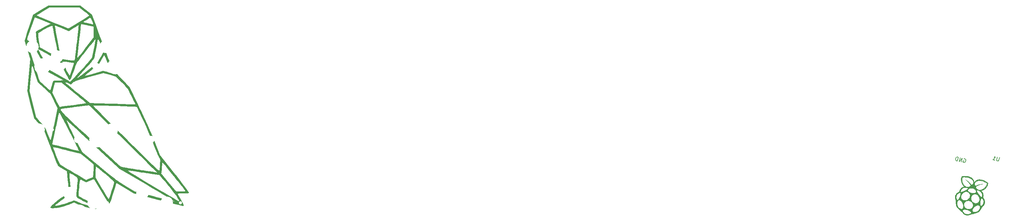
<source format=gbr>
%TF.GenerationSoftware,KiCad,Pcbnew,(6.0.6-0)*%
%TF.CreationDate,2022-07-30T10:34:08-07:00*%
%TF.ProjectId,purple-owl,70757270-6c65-42d6-9f77-6c2e6b696361,v0.1*%
%TF.SameCoordinates,Original*%
%TF.FileFunction,Legend,Bot*%
%TF.FilePolarity,Positive*%
%FSLAX46Y46*%
G04 Gerber Fmt 4.6, Leading zero omitted, Abs format (unit mm)*
G04 Created by KiCad (PCBNEW (6.0.6-0)) date 2022-07-30 10:34:08*
%MOMM*%
%LPD*%
G01*
G04 APERTURE LIST*
%ADD10C,0.150000*%
%ADD11C,3.248000*%
%ADD12C,1.901800*%
%ADD13C,4.187800*%
%ADD14C,1.900000*%
%ADD15C,0.800000*%
G04 APERTURE END LIST*
D10*
%TO.C,U1*%
X358816506Y-118986487D02*
X358620665Y-119771964D01*
X358551420Y-119852853D01*
X358493696Y-119887538D01*
X358389766Y-119910702D01*
X358204948Y-119864622D01*
X358124059Y-119795377D01*
X358089375Y-119737652D01*
X358066210Y-119633723D01*
X358262052Y-118848245D01*
X357049834Y-119576619D02*
X357604289Y-119714860D01*
X357327062Y-119645740D02*
X357568983Y-118675444D01*
X357626832Y-118837098D01*
X357696201Y-118952547D01*
X357777090Y-119021792D01*
X349564576Y-119346556D02*
X349668506Y-119323392D01*
X349807119Y-119357952D01*
X349934213Y-119438717D01*
X350003582Y-119554166D01*
X350026746Y-119658095D01*
X350026870Y-119854434D01*
X349992310Y-119993047D01*
X349900025Y-120166345D01*
X349830780Y-120247234D01*
X349715331Y-120316603D01*
X349565197Y-120328248D01*
X349472788Y-120305208D01*
X349345695Y-120224443D01*
X349311010Y-120166718D01*
X349391651Y-119843286D01*
X349576469Y-119889366D01*
X348872129Y-120155446D02*
X349114051Y-119185151D01*
X348317674Y-120017205D01*
X348559596Y-119046910D01*
X347855629Y-119902004D02*
X348097551Y-118931709D01*
X347866528Y-118874108D01*
X347716394Y-118885752D01*
X347600945Y-118955121D01*
X347531700Y-119036010D01*
X347439415Y-119209309D01*
X347404855Y-119347922D01*
X347404979Y-119544261D01*
X347428143Y-119648190D01*
X347497512Y-119763639D01*
X347624606Y-119844404D01*
X347855629Y-119902004D01*
G36*
X354610543Y-129407757D02*
G01*
X354615688Y-129460951D01*
X354632757Y-129510364D01*
X354663893Y-129565114D01*
X354711236Y-129634317D01*
X354776929Y-129727091D01*
X354846497Y-129841347D01*
X354925432Y-130018615D01*
X354985267Y-130213978D01*
X355022929Y-130416851D01*
X355035340Y-130616647D01*
X355027173Y-130728455D01*
X355002894Y-130871017D01*
X354978998Y-130967572D01*
X354966180Y-131019369D01*
X354920729Y-131158772D01*
X354870241Y-131274492D01*
X354853365Y-131305472D01*
X354749709Y-131461285D01*
X354620257Y-131611858D01*
X354475136Y-131745132D01*
X354418690Y-131793374D01*
X354345060Y-131871547D01*
X354293105Y-131952793D01*
X354290400Y-131958011D01*
X354257367Y-132017587D01*
X354209818Y-132098795D01*
X354153702Y-132191625D01*
X354139208Y-132214934D01*
X354094971Y-132286071D01*
X354090549Y-132293084D01*
X354030168Y-132390639D01*
X353971506Y-132488377D01*
X353921068Y-132575302D01*
X353885358Y-132640418D01*
X353849783Y-132703501D01*
X353757828Y-132838234D01*
X353648099Y-132971211D01*
X353531549Y-133088553D01*
X353481687Y-133131227D01*
X353314079Y-133250292D01*
X353126034Y-133353896D01*
X352930297Y-133435597D01*
X352739610Y-133488950D01*
X352725748Y-133491968D01*
X352654336Y-133510893D01*
X352559892Y-133539400D01*
X352453085Y-133574170D01*
X352344584Y-133611882D01*
X352342773Y-133612534D01*
X352328662Y-133617246D01*
X352136491Y-133681418D01*
X351938110Y-133737528D01*
X351756298Y-133778645D01*
X351599723Y-133802551D01*
X351567639Y-133807286D01*
X351485311Y-133828482D01*
X351414903Y-133857333D01*
X351405392Y-133862459D01*
X351163878Y-133975355D01*
X350927045Y-134051591D01*
X350690176Y-134092346D01*
X350448552Y-134098797D01*
X350353362Y-134089845D01*
X350221858Y-134067512D01*
X350083598Y-134035802D01*
X349953851Y-133998281D01*
X349847889Y-133958515D01*
X349826043Y-133948597D01*
X349610275Y-133829805D01*
X349414926Y-133681399D01*
X349237035Y-133500807D01*
X349073642Y-133285454D01*
X349051351Y-133255545D01*
X348989941Y-133189201D01*
X348926532Y-133136477D01*
X348926159Y-133136225D01*
X348796579Y-133039120D01*
X348653533Y-132915458D01*
X348546766Y-132812749D01*
X349250415Y-132812749D01*
X349254273Y-132888756D01*
X349283716Y-132979749D01*
X349335615Y-133081105D01*
X349406837Y-133188206D01*
X349494251Y-133296432D01*
X349594726Y-133401162D01*
X349705130Y-133497776D01*
X349822331Y-133581654D01*
X349843523Y-133594708D01*
X349983629Y-133665534D01*
X350139103Y-133722479D01*
X350295572Y-133760997D01*
X350438665Y-133776545D01*
X350521620Y-133775188D01*
X350668856Y-133760140D01*
X350817274Y-133730992D01*
X350961130Y-133690037D01*
X351094679Y-133639569D01*
X351212176Y-133581882D01*
X351307878Y-133519267D01*
X351376040Y-133454017D01*
X351410919Y-133388427D01*
X351407857Y-133325410D01*
X351370749Y-133251393D01*
X351302055Y-133170035D01*
X351204478Y-133084048D01*
X351080719Y-132996147D01*
X350933481Y-132909045D01*
X350871679Y-132877717D01*
X350782390Y-132839766D01*
X351802442Y-132839766D01*
X351822704Y-132944795D01*
X351869977Y-133029947D01*
X351944923Y-133091703D01*
X352079226Y-133152108D01*
X352258893Y-133195543D01*
X352447213Y-133201628D01*
X352642953Y-133170469D01*
X352844878Y-133102173D01*
X353051755Y-132996842D01*
X353100665Y-132967127D01*
X353236201Y-132873358D01*
X353347604Y-132773700D01*
X353445627Y-132657547D01*
X353541022Y-132514292D01*
X353542079Y-132512551D01*
X353608864Y-132384336D01*
X353662171Y-132245831D01*
X353700182Y-132105472D01*
X353721075Y-131971697D01*
X353723031Y-131852944D01*
X353704230Y-131757648D01*
X353685703Y-131712947D01*
X353637254Y-131637677D01*
X353569414Y-131584480D01*
X353472451Y-131544402D01*
X353401947Y-131525689D01*
X353251478Y-131509520D01*
X353091960Y-131524122D01*
X352920561Y-131570139D01*
X352734454Y-131648218D01*
X352530810Y-131759003D01*
X352468298Y-131796744D01*
X352449898Y-131807853D01*
X352364147Y-131862384D01*
X352298212Y-131909592D01*
X352243793Y-131956094D01*
X352192586Y-132008505D01*
X352136296Y-132073440D01*
X352083176Y-132139552D01*
X351978294Y-132291214D01*
X351897118Y-132440584D01*
X351840311Y-132584143D01*
X351808532Y-132718377D01*
X351802442Y-132839766D01*
X350782390Y-132839766D01*
X350719200Y-132812908D01*
X350545861Y-132752358D01*
X350363985Y-132699795D01*
X350185888Y-132658953D01*
X350023894Y-132633562D01*
X349866192Y-132621490D01*
X349696630Y-132621714D01*
X349548048Y-132636852D01*
X349424492Y-132666202D01*
X349330001Y-132709061D01*
X349268623Y-132764728D01*
X349250415Y-132812749D01*
X348546766Y-132812749D01*
X348504213Y-132771814D01*
X348355816Y-132614765D01*
X348330324Y-132586660D01*
X348257481Y-132508345D01*
X348191030Y-132439626D01*
X348137440Y-132387092D01*
X348103172Y-132357328D01*
X348096395Y-132352369D01*
X347998485Y-132266601D01*
X347895233Y-132153574D01*
X347793259Y-132022403D01*
X347699182Y-131882201D01*
X347619624Y-131742084D01*
X347561204Y-131611165D01*
X347537458Y-131541785D01*
X347492189Y-131369564D01*
X347463372Y-131195705D01*
X347454125Y-131036931D01*
X347454161Y-131032548D01*
X347454099Y-131028530D01*
X347799609Y-131028530D01*
X347801920Y-131173533D01*
X347828945Y-131331723D01*
X347890925Y-131521071D01*
X347981069Y-131706634D01*
X348094733Y-131881418D01*
X348227274Y-132038427D01*
X348374050Y-132170664D01*
X348530416Y-132271135D01*
X348554388Y-132283098D01*
X348701721Y-132340750D01*
X348847874Y-132372690D01*
X348984622Y-132377721D01*
X349103744Y-132354644D01*
X349123994Y-132344844D01*
X349174317Y-132306856D01*
X349222108Y-132256335D01*
X349266169Y-132185888D01*
X349312574Y-132062460D01*
X349341890Y-131914907D01*
X349354076Y-131749648D01*
X349349083Y-131573107D01*
X349329165Y-131410449D01*
X349623450Y-131410449D01*
X349657341Y-131594019D01*
X349724250Y-131769441D01*
X349821990Y-131932496D01*
X349948370Y-132078964D01*
X350101203Y-132204628D01*
X350271950Y-132301660D01*
X350278299Y-132305268D01*
X350333286Y-132329082D01*
X350533353Y-132392222D01*
X350734514Y-132421440D01*
X350932693Y-132418089D01*
X351123812Y-132383523D01*
X351303794Y-132319096D01*
X351468561Y-132226160D01*
X351614037Y-132106069D01*
X351736144Y-131960178D01*
X351830807Y-131789839D01*
X351878837Y-131649775D01*
X351905738Y-131470899D01*
X351897848Y-131291009D01*
X351857023Y-131114284D01*
X351785118Y-130944892D01*
X351783458Y-130942301D01*
X353811366Y-130942301D01*
X353817288Y-131119979D01*
X353835244Y-131278318D01*
X353865231Y-131411372D01*
X353907243Y-131513191D01*
X353950307Y-131568179D01*
X354008431Y-131595827D01*
X354078352Y-131587141D01*
X354161859Y-131542327D01*
X354187582Y-131523891D01*
X354329116Y-131395731D01*
X354448663Y-131240877D01*
X354543867Y-131065598D01*
X354612373Y-130876162D01*
X354651824Y-130678837D01*
X354659864Y-130479895D01*
X354634139Y-130285602D01*
X354604626Y-130185884D01*
X354556810Y-130071077D01*
X354497624Y-129959094D01*
X354431588Y-129856855D01*
X354363216Y-129771285D01*
X354297025Y-129709304D01*
X354237535Y-129677834D01*
X354188343Y-129673870D01*
X354123812Y-129698589D01*
X354063844Y-129759294D01*
X354007927Y-129856737D01*
X353955549Y-129991670D01*
X353906198Y-130164847D01*
X353900362Y-130192030D01*
X353865861Y-130352715D01*
X353835648Y-130552721D01*
X353817484Y-130751233D01*
X353811366Y-130942301D01*
X351783458Y-130942301D01*
X351683987Y-130787009D01*
X351555486Y-130644807D01*
X351401470Y-130522458D01*
X351223791Y-130424137D01*
X351181504Y-130406036D01*
X350985919Y-130344494D01*
X350789121Y-130316323D01*
X350595088Y-130319841D01*
X350407792Y-130353369D01*
X350231207Y-130415225D01*
X350069309Y-130503728D01*
X349926071Y-130617197D01*
X349805468Y-130753953D01*
X349711474Y-130912312D01*
X349648063Y-131090595D01*
X349624766Y-131222947D01*
X349623450Y-131410449D01*
X349329165Y-131410449D01*
X349326870Y-131391704D01*
X349287390Y-131211861D01*
X349230599Y-131040001D01*
X349193323Y-130954387D01*
X349116617Y-130808510D01*
X349024586Y-130660248D01*
X348922944Y-130517431D01*
X348817407Y-130387889D01*
X348713686Y-130279450D01*
X348617497Y-130199945D01*
X348576379Y-130175519D01*
X348485405Y-130138797D01*
X348387449Y-130116095D01*
X348295669Y-130109979D01*
X348223220Y-130123015D01*
X348182419Y-130144224D01*
X348102541Y-130212765D01*
X348026879Y-130310994D01*
X347957943Y-130432654D01*
X347898239Y-130571493D01*
X347850276Y-130721255D01*
X347816564Y-130875685D01*
X347799609Y-131028530D01*
X347454099Y-131028530D01*
X347452974Y-130955880D01*
X347449064Y-130854000D01*
X347443014Y-130739670D01*
X347435403Y-130625654D01*
X347434475Y-130613096D01*
X347427104Y-130501482D01*
X347421359Y-130393561D01*
X347417794Y-130301082D01*
X347416965Y-130235792D01*
X347408577Y-130132503D01*
X347366386Y-130000744D01*
X347328939Y-129910823D01*
X347261258Y-129679929D01*
X347231769Y-129441975D01*
X347233739Y-129384385D01*
X347607037Y-129384385D01*
X347607074Y-129389302D01*
X347617640Y-129526676D01*
X347644326Y-129669941D01*
X347683632Y-129804242D01*
X347732053Y-129914727D01*
X347757248Y-129957475D01*
X347802415Y-130013071D01*
X347849451Y-130034378D01*
X347906481Y-130023620D01*
X347981628Y-129983018D01*
X347991977Y-129976235D01*
X348079353Y-129900171D01*
X348169706Y-129790795D01*
X348260421Y-129652841D01*
X348348879Y-129491046D01*
X348432465Y-129310143D01*
X348476943Y-129196011D01*
X348843424Y-129196011D01*
X348853097Y-129378018D01*
X348894310Y-129550502D01*
X348966089Y-129709652D01*
X349067454Y-129851657D01*
X349197432Y-129972710D01*
X349355043Y-130069000D01*
X349458023Y-130111020D01*
X349640729Y-130153827D01*
X349832932Y-130163605D01*
X350028947Y-130141192D01*
X350223086Y-130087417D01*
X350409661Y-130003115D01*
X350582983Y-129889120D01*
X350654402Y-129829923D01*
X350785882Y-129696381D01*
X351472653Y-129696381D01*
X351501181Y-129903043D01*
X351560971Y-130104576D01*
X351650389Y-130296070D01*
X351767800Y-130472611D01*
X351911567Y-130629288D01*
X352080056Y-130761193D01*
X352213846Y-130836348D01*
X352393892Y-130902521D01*
X352576928Y-130932833D01*
X352758788Y-130927098D01*
X352935305Y-130885128D01*
X353102310Y-130806740D01*
X353171260Y-130761119D01*
X353307740Y-130638376D01*
X353416669Y-130488561D01*
X353498402Y-130311120D01*
X353553300Y-130105498D01*
X353574515Y-129947228D01*
X353573254Y-129754159D01*
X353539043Y-129565677D01*
X353470657Y-129375706D01*
X353366878Y-129178166D01*
X353278802Y-129045119D01*
X353143504Y-128887715D01*
X352992738Y-128763979D01*
X352823463Y-128671547D01*
X352632633Y-128608056D01*
X352581073Y-128596763D01*
X352393597Y-128579102D01*
X352213948Y-128598061D01*
X352045554Y-128651827D01*
X351891845Y-128738588D01*
X351756249Y-128856532D01*
X351642193Y-129003846D01*
X351553110Y-129178718D01*
X351521873Y-129269953D01*
X351515930Y-129287314D01*
X351477024Y-129489500D01*
X351472653Y-129696381D01*
X350785882Y-129696381D01*
X350804514Y-129677457D01*
X350925365Y-129512382D01*
X351016518Y-129338388D01*
X351077531Y-129159166D01*
X351107968Y-128978403D01*
X351107389Y-128799788D01*
X351075356Y-128627012D01*
X351011430Y-128463764D01*
X350915173Y-128313733D01*
X350786145Y-128180608D01*
X350733542Y-128137219D01*
X350680652Y-128099391D01*
X350627245Y-128071116D01*
X350560870Y-128045993D01*
X350469077Y-128017625D01*
X350346218Y-127985984D01*
X350193868Y-127964310D01*
X350046075Y-127966938D01*
X349888306Y-127993258D01*
X349840507Y-128005084D01*
X349634086Y-128079590D01*
X349440602Y-128186996D01*
X349265760Y-128323024D01*
X349115261Y-128483392D01*
X348994807Y-128663821D01*
X348922608Y-128818658D01*
X348893943Y-128915141D01*
X348866269Y-129008287D01*
X348843424Y-129196011D01*
X348476943Y-129196011D01*
X348508564Y-129114871D01*
X348574556Y-128909962D01*
X348594073Y-128840375D01*
X348632823Y-128681667D01*
X348654428Y-128551839D01*
X348659204Y-128446544D01*
X348647468Y-128361436D01*
X348619535Y-128292167D01*
X348583942Y-128243613D01*
X348541889Y-128220619D01*
X348484419Y-128221473D01*
X348402400Y-128244156D01*
X348302834Y-128284497D01*
X348139408Y-128378859D01*
X347987651Y-128500379D01*
X347856294Y-128641633D01*
X347754070Y-128795203D01*
X347753852Y-128795606D01*
X347710451Y-128894211D01*
X347670397Y-129017106D01*
X347637362Y-129149575D01*
X347615018Y-129276905D01*
X347607037Y-129384385D01*
X347233739Y-129384385D01*
X347240208Y-129195294D01*
X347241158Y-129186835D01*
X347284598Y-128975126D01*
X347363125Y-128768338D01*
X347472901Y-128571579D01*
X347610090Y-128389958D01*
X347770855Y-128228582D01*
X347951360Y-128092560D01*
X348147768Y-127986997D01*
X348215661Y-127952852D01*
X348224711Y-127947011D01*
X348710166Y-127947011D01*
X348757681Y-127964902D01*
X348765551Y-127967195D01*
X348821690Y-127968797D01*
X348904782Y-127956762D01*
X349007542Y-127932736D01*
X349122681Y-127898366D01*
X349242915Y-127855296D01*
X349380659Y-127799209D01*
X349548417Y-127724897D01*
X349715223Y-127645082D01*
X349877593Y-127561885D01*
X349927449Y-127534623D01*
X350648321Y-127534623D01*
X350664436Y-127640163D01*
X350715679Y-127747188D01*
X350800396Y-127853087D01*
X350916935Y-127955254D01*
X351063643Y-128051077D01*
X351066952Y-128052926D01*
X351131872Y-128082438D01*
X351225024Y-128116867D01*
X351337144Y-128153561D01*
X351458967Y-128189871D01*
X351581226Y-128223148D01*
X351694659Y-128250741D01*
X351790000Y-128270000D01*
X351857983Y-128278275D01*
X352003772Y-128277657D01*
X352177546Y-128259621D01*
X352332726Y-128223673D01*
X352465473Y-128171408D01*
X352571949Y-128104420D01*
X352648314Y-128024301D01*
X352690727Y-127932646D01*
X352697478Y-127884651D01*
X352684880Y-127782316D01*
X352640970Y-127671171D01*
X352617908Y-127634279D01*
X352937664Y-127634279D01*
X352951639Y-127702284D01*
X352985100Y-127791746D01*
X353035741Y-127899093D01*
X353101261Y-128020755D01*
X353111114Y-128037461D01*
X353179353Y-128153159D01*
X353267715Y-128292736D01*
X353364042Y-128435912D01*
X353466029Y-128579119D01*
X353571372Y-128718783D01*
X353677768Y-128851335D01*
X353782912Y-128973204D01*
X353884499Y-129080817D01*
X353980227Y-129170603D01*
X353990032Y-129179080D01*
X354058737Y-129236925D01*
X354106294Y-129271901D01*
X354139446Y-129287288D01*
X354164936Y-129286368D01*
X354189505Y-129272421D01*
X354207147Y-129245289D01*
X354226751Y-129185599D01*
X354244567Y-129103558D01*
X354259018Y-129008014D01*
X354268530Y-128907814D01*
X354271526Y-128811806D01*
X354270058Y-128767592D01*
X354243723Y-128586241D01*
X354187824Y-128403641D01*
X354106618Y-128229355D01*
X354004365Y-128072951D01*
X353885319Y-127943993D01*
X353830983Y-127897747D01*
X353708749Y-127809866D01*
X353576897Y-127738967D01*
X353425635Y-127680232D01*
X353245170Y-127628837D01*
X353128248Y-127601122D01*
X353040569Y-127583792D01*
X352983921Y-127577567D01*
X352955186Y-127581940D01*
X352945480Y-127591301D01*
X352937664Y-127634279D01*
X352617908Y-127634279D01*
X352568750Y-127555643D01*
X352471219Y-127440154D01*
X352351378Y-127329129D01*
X352212226Y-127226994D01*
X352167571Y-127198704D01*
X352103532Y-127162885D01*
X352038547Y-127134775D01*
X351960153Y-127109280D01*
X351855887Y-127081305D01*
X351829323Y-127074611D01*
X351725410Y-127050790D01*
X351642329Y-127037359D01*
X351566751Y-127032651D01*
X351485344Y-127035001D01*
X351451785Y-127037350D01*
X351267188Y-127062822D01*
X351098319Y-127107203D01*
X350976109Y-127157447D01*
X350949684Y-127168311D01*
X350825785Y-127243962D01*
X350731128Y-127331973D01*
X350670218Y-127430159D01*
X350668987Y-127433175D01*
X350648321Y-127534623D01*
X349927449Y-127534623D01*
X350032046Y-127477428D01*
X350175098Y-127393833D01*
X350303266Y-127313221D01*
X350413069Y-127237714D01*
X350501024Y-127169434D01*
X350563648Y-127110501D01*
X350597459Y-127063039D01*
X350598973Y-127029168D01*
X350598300Y-127028154D01*
X350568538Y-127008849D01*
X350508704Y-126985385D01*
X350426789Y-126959773D01*
X350330796Y-126934026D01*
X350228717Y-126910156D01*
X350128551Y-126890173D01*
X350038294Y-126876091D01*
X349965944Y-126869919D01*
X349900610Y-126870112D01*
X349699648Y-126892227D01*
X349503930Y-126944313D01*
X349326330Y-127023281D01*
X349232755Y-127080541D01*
X349068747Y-127213269D01*
X348935208Y-127370459D01*
X348832183Y-127552054D01*
X348759715Y-127757999D01*
X348710166Y-127947011D01*
X348224711Y-127947011D01*
X348273918Y-127915254D01*
X348308324Y-127883091D01*
X348325814Y-127850029D01*
X348353286Y-127787047D01*
X348385778Y-127705075D01*
X348419413Y-127613522D01*
X348423233Y-127602784D01*
X348522435Y-127369450D01*
X348642480Y-127167981D01*
X348785923Y-126995759D01*
X348955324Y-126850170D01*
X349153238Y-126728594D01*
X349382224Y-126628417D01*
X349590720Y-126551645D01*
X349525452Y-126512505D01*
X349445712Y-126455072D01*
X349376441Y-126377811D01*
X349341335Y-126297257D01*
X349328208Y-126258350D01*
X349290534Y-126204296D01*
X349224230Y-126142068D01*
X349181624Y-126104896D01*
X349139598Y-126058579D01*
X349113995Y-126009333D01*
X349095282Y-125942395D01*
X349092203Y-125929809D01*
X349056167Y-125833250D01*
X349005827Y-125753355D01*
X348964592Y-125696903D01*
X348914781Y-125584667D01*
X348902292Y-125468139D01*
X348902449Y-125458182D01*
X348891080Y-125392664D01*
X348864550Y-125329572D01*
X348836260Y-125274495D01*
X348816339Y-125188292D01*
X348827470Y-125094007D01*
X348830676Y-125023817D01*
X348804545Y-124923475D01*
X348782872Y-124855157D01*
X348778799Y-124809054D01*
X349019336Y-124809054D01*
X349025319Y-124822964D01*
X349047467Y-124864589D01*
X349082220Y-124926699D01*
X349125642Y-125002149D01*
X349162262Y-125067074D01*
X349195864Y-125131713D01*
X349216119Y-125177189D01*
X349219575Y-125196372D01*
X349217476Y-125197259D01*
X349186292Y-125197745D01*
X349137254Y-125189972D01*
X349069154Y-125175030D01*
X349107512Y-125243063D01*
X349109589Y-125246670D01*
X349143362Y-125297420D01*
X349192335Y-125362865D01*
X349246660Y-125429791D01*
X349347448Y-125548484D01*
X349148614Y-125542382D01*
X349244622Y-125645301D01*
X349297239Y-125699222D01*
X349367000Y-125765646D01*
X349427917Y-125818733D01*
X349464905Y-125850180D01*
X349499724Y-125884199D01*
X349511838Y-125902753D01*
X349508610Y-125907307D01*
X349478314Y-125915677D01*
X349427625Y-125915496D01*
X349369968Y-125906418D01*
X349322476Y-125894985D01*
X349370000Y-125946670D01*
X349380809Y-125957285D01*
X349428872Y-125996259D01*
X349495700Y-126043868D01*
X349570295Y-126092125D01*
X349605408Y-126114321D01*
X349664741Y-126155363D01*
X349704657Y-126187968D01*
X349717959Y-126206561D01*
X349697761Y-126224124D01*
X349655253Y-126237895D01*
X349624841Y-126244643D01*
X349610776Y-126255653D01*
X349625658Y-126274892D01*
X349633202Y-126280541D01*
X349674623Y-126302822D01*
X349738639Y-126331639D01*
X349814884Y-126362206D01*
X349840339Y-126371924D01*
X349919488Y-126403204D01*
X349986701Y-126431240D01*
X350029604Y-126450922D01*
X350083100Y-126478648D01*
X350019019Y-126517237D01*
X349954937Y-126555825D01*
X350129814Y-126597826D01*
X350239807Y-126620425D01*
X350436798Y-126642230D01*
X350625670Y-126639948D01*
X350800282Y-126614239D01*
X350954501Y-126565764D01*
X351082188Y-126495186D01*
X351125296Y-126460061D01*
X351182025Y-126405567D01*
X351235198Y-126347302D01*
X351276074Y-126294956D01*
X351295913Y-126258223D01*
X351294834Y-126243008D01*
X351274200Y-126195121D01*
X351232177Y-126124977D01*
X351172015Y-126036813D01*
X351096962Y-125934866D01*
X351010267Y-125823372D01*
X350915180Y-125706567D01*
X350814950Y-125588686D01*
X350712828Y-125473967D01*
X350612061Y-125366646D01*
X350528315Y-125281411D01*
X350410283Y-125164317D01*
X350286964Y-125044787D01*
X350166403Y-124930516D01*
X350056647Y-124829200D01*
X349965744Y-124748534D01*
X349962230Y-124745506D01*
X349911979Y-124700719D01*
X349876862Y-124666723D01*
X349864291Y-124650668D01*
X349866544Y-124650494D01*
X349891709Y-124663337D01*
X349938663Y-124692380D01*
X349999819Y-124733010D01*
X350239801Y-124902318D01*
X350567952Y-125154988D01*
X350862301Y-125409660D01*
X351125960Y-125669076D01*
X351362035Y-125935984D01*
X351415255Y-126000378D01*
X351461327Y-126053695D01*
X351493723Y-126085366D01*
X351518467Y-126100089D01*
X351541583Y-126102564D01*
X351569093Y-126097488D01*
X351664225Y-126062713D01*
X351763667Y-126003150D01*
X351807232Y-125964329D01*
X352372230Y-125964329D01*
X352390418Y-126098931D01*
X352446431Y-126224138D01*
X352540033Y-126339164D01*
X352588006Y-126386007D01*
X352738001Y-126321947D01*
X352797901Y-126296874D01*
X353093986Y-126186940D01*
X353414080Y-126090665D01*
X353765147Y-126005906D01*
X353765744Y-126005777D01*
X353896060Y-125978920D01*
X354032349Y-125953100D01*
X354169072Y-125929134D01*
X354300690Y-125907836D01*
X354421665Y-125890024D01*
X354526457Y-125876512D01*
X354609526Y-125868116D01*
X354665337Y-125865652D01*
X354688348Y-125869937D01*
X354687011Y-125871783D01*
X354660082Y-125882497D01*
X354603982Y-125899577D01*
X354525332Y-125921088D01*
X354430755Y-125945100D01*
X354323595Y-125972204D01*
X354099360Y-126033611D01*
X353872917Y-126101338D01*
X353652392Y-126172705D01*
X353445912Y-126245028D01*
X353261604Y-126315625D01*
X353107598Y-126381812D01*
X353055085Y-126406837D01*
X352953072Y-126459364D01*
X352861810Y-126511268D01*
X352787524Y-126558703D01*
X352736436Y-126597818D01*
X352714769Y-126624766D01*
X352711958Y-126646312D01*
X352719211Y-126715683D01*
X352743197Y-126801392D01*
X352780309Y-126892131D01*
X352826943Y-126976589D01*
X352831111Y-126982948D01*
X352930925Y-127104695D01*
X353061803Y-127219119D01*
X353216127Y-127319507D01*
X353263389Y-127342637D01*
X353347121Y-127377238D01*
X353445768Y-127413284D01*
X353546593Y-127445903D01*
X353770979Y-127513174D01*
X353726664Y-127450545D01*
X353717540Y-127436885D01*
X353698340Y-127398365D01*
X353698636Y-127378101D01*
X353703257Y-127376832D01*
X353739327Y-127376664D01*
X353800529Y-127381565D01*
X353876697Y-127390811D01*
X353890211Y-127392647D01*
X353979495Y-127402882D01*
X354063328Y-127409721D01*
X354125144Y-127411763D01*
X354211818Y-127410192D01*
X354160860Y-127358688D01*
X354151706Y-127348874D01*
X354129201Y-127315195D01*
X354130479Y-127296008D01*
X354131756Y-127295408D01*
X354163536Y-127288555D01*
X354221624Y-127281275D01*
X354294452Y-127275046D01*
X354323749Y-127272876D01*
X354422753Y-127262697D01*
X354501951Y-127250088D01*
X354556540Y-127236188D01*
X354581716Y-127222136D01*
X354572677Y-127209071D01*
X354565792Y-127206035D01*
X354500877Y-127175488D01*
X354467085Y-127154487D01*
X354459134Y-127139809D01*
X354459544Y-127138985D01*
X354482338Y-127127366D01*
X354532417Y-127111093D01*
X354599911Y-127093418D01*
X354672922Y-127074320D01*
X354766693Y-127046023D01*
X354844965Y-127018595D01*
X354894060Y-126998690D01*
X354925381Y-126982576D01*
X354927736Y-126972407D01*
X354905495Y-126964261D01*
X354883958Y-126957968D01*
X354832772Y-126937147D01*
X354794794Y-126914329D01*
X354782118Y-126896187D01*
X354786351Y-126891851D01*
X354817498Y-126876380D01*
X354868134Y-126858072D01*
X354922957Y-126837554D01*
X354999630Y-126804054D01*
X355076659Y-126766517D01*
X355202671Y-126701194D01*
X355120407Y-126679474D01*
X355098464Y-126673380D01*
X355053028Y-126658412D01*
X355032146Y-126647771D01*
X355040089Y-126638542D01*
X355075230Y-126612705D01*
X355132221Y-126575244D01*
X355204423Y-126530672D01*
X355261738Y-126495475D01*
X355325260Y-126454327D01*
X355369373Y-126423109D01*
X355386899Y-126406695D01*
X355385522Y-126402220D01*
X355359934Y-126388919D01*
X355311785Y-126377906D01*
X355255298Y-126366046D01*
X355218947Y-126346432D01*
X355219640Y-126320133D01*
X355257579Y-126285879D01*
X355332962Y-126242401D01*
X355339032Y-126239249D01*
X355409449Y-126199247D01*
X355469296Y-126159596D01*
X355506183Y-126128447D01*
X355545964Y-126083236D01*
X355449928Y-126068864D01*
X355398591Y-126059349D01*
X355366246Y-126046198D01*
X355360589Y-126028428D01*
X355361710Y-126024967D01*
X355382739Y-125988699D01*
X355421707Y-125935930D01*
X355470494Y-125876603D01*
X355520980Y-125820659D01*
X355565050Y-125778041D01*
X355618110Y-125732649D01*
X355398801Y-125677969D01*
X355316764Y-125656487D01*
X355246313Y-125635929D01*
X355199201Y-125619700D01*
X355182778Y-125610108D01*
X355184151Y-125607429D01*
X355207162Y-125586305D01*
X355248477Y-125557584D01*
X355310888Y-125518239D01*
X355231243Y-125485365D01*
X355191583Y-125472444D01*
X355100902Y-125455307D01*
X354992106Y-125446075D01*
X354970016Y-125445180D01*
X354896671Y-125442120D01*
X354841130Y-125439667D01*
X354814014Y-125438286D01*
X354796780Y-125426971D01*
X354798125Y-125396995D01*
X354818503Y-125359907D01*
X354853791Y-125327214D01*
X354909943Y-125291029D01*
X354849901Y-125289555D01*
X354814364Y-125288999D01*
X354744980Y-125288588D01*
X354668893Y-125288670D01*
X354595121Y-125288962D01*
X354527417Y-125288380D01*
X354487255Y-125285622D01*
X354468077Y-125279522D01*
X354463327Y-125268912D01*
X354466445Y-125252624D01*
X354468155Y-125247672D01*
X354494212Y-125213417D01*
X354537802Y-125178690D01*
X354600594Y-125139106D01*
X354481977Y-125140112D01*
X354435457Y-125142125D01*
X354338464Y-125152907D01*
X354251114Y-125169671D01*
X354207252Y-125180273D01*
X354161360Y-125187433D01*
X354136436Y-125182185D01*
X354122450Y-125164092D01*
X354117414Y-125150961D01*
X354120982Y-125121093D01*
X354151230Y-125082911D01*
X354156031Y-125077843D01*
X354181581Y-125047252D01*
X354186892Y-125033484D01*
X354181351Y-125032870D01*
X354140245Y-125038998D01*
X354076004Y-125056438D01*
X353998902Y-125082137D01*
X353919208Y-125113044D01*
X353895756Y-125122820D01*
X353840245Y-125144322D01*
X353808555Y-125150876D01*
X353791539Y-125143024D01*
X353780049Y-125121311D01*
X353773255Y-125088410D01*
X353781002Y-125038001D01*
X353789649Y-125011494D01*
X353785872Y-124993908D01*
X353757497Y-124999445D01*
X353706434Y-125019652D01*
X353643928Y-125049277D01*
X353581110Y-125083045D01*
X353529111Y-125115676D01*
X353486851Y-125140444D01*
X353452995Y-125142115D01*
X353435743Y-125110519D01*
X353432232Y-125043523D01*
X353434112Y-124976683D01*
X353056268Y-125218598D01*
X353044046Y-125139185D01*
X353031826Y-125059774D01*
X352892180Y-125163040D01*
X352798511Y-125237521D01*
X352652999Y-125378131D01*
X352533543Y-125527787D01*
X352444250Y-125681020D01*
X352389228Y-125832366D01*
X352383580Y-125876215D01*
X352372230Y-125964329D01*
X351807232Y-125964329D01*
X351844641Y-125930993D01*
X351880628Y-125883214D01*
X351935975Y-125764615D01*
X351965306Y-125623291D01*
X351968710Y-125463504D01*
X351946271Y-125289520D01*
X351898075Y-125105603D01*
X351824209Y-124916017D01*
X351792450Y-124847893D01*
X351758579Y-124783005D01*
X351734574Y-124750048D01*
X351718266Y-124746296D01*
X351707488Y-124769014D01*
X351698394Y-124791077D01*
X351671246Y-124830554D01*
X351664823Y-124836831D01*
X351650891Y-124841641D01*
X351633751Y-124830634D01*
X351609503Y-124799200D01*
X351574247Y-124742731D01*
X351524085Y-124656617D01*
X351405764Y-124450823D01*
X351388260Y-124517943D01*
X351387668Y-124520198D01*
X351368066Y-124576642D01*
X351345136Y-124601211D01*
X351315543Y-124593036D01*
X351275953Y-124551250D01*
X351223031Y-124474986D01*
X351206830Y-124450262D01*
X351154282Y-124375908D01*
X351117459Y-124334514D01*
X351097025Y-124326704D01*
X351093642Y-124353104D01*
X351088625Y-124380713D01*
X351067736Y-124420479D01*
X351040287Y-124453353D01*
X351016527Y-124464526D01*
X351014038Y-124463420D01*
X350991107Y-124441815D01*
X350959681Y-124402624D01*
X350945228Y-124383655D01*
X350903516Y-124333742D01*
X350854626Y-124279388D01*
X350806646Y-124229175D01*
X350767662Y-124191689D01*
X350745758Y-124175513D01*
X350745232Y-124175425D01*
X350738105Y-124191226D01*
X350739088Y-124231290D01*
X350738255Y-124279886D01*
X350725651Y-124319550D01*
X350718533Y-124328551D01*
X350702688Y-124334849D01*
X350678275Y-124320564D01*
X350636113Y-124281826D01*
X350599267Y-124250580D01*
X350540611Y-124206954D01*
X350472796Y-124160196D01*
X350405887Y-124117007D01*
X350349948Y-124084083D01*
X350315044Y-124068124D01*
X350313694Y-124070410D01*
X350324625Y-124094311D01*
X350350522Y-124136244D01*
X350372237Y-124174556D01*
X350388200Y-124222284D01*
X350385859Y-124254250D01*
X350364248Y-124261621D01*
X350362562Y-124261101D01*
X350333382Y-124247736D01*
X350281482Y-124221139D01*
X350216872Y-124186416D01*
X350213695Y-124184674D01*
X350143103Y-124146324D01*
X350080115Y-124112673D01*
X350038026Y-124090825D01*
X349987809Y-124065768D01*
X350015311Y-124132237D01*
X350028378Y-124181619D01*
X350024571Y-124223476D01*
X350004927Y-124243908D01*
X349972890Y-124234611D01*
X349953766Y-124221845D01*
X349887545Y-124185538D01*
X349806152Y-124147953D01*
X349721909Y-124114172D01*
X349647139Y-124089280D01*
X349594163Y-124078361D01*
X349519892Y-124073981D01*
X349556660Y-124138253D01*
X349562714Y-124149097D01*
X349583443Y-124191727D01*
X349590143Y-124215707D01*
X349572628Y-124216613D01*
X349524541Y-124209156D01*
X349453470Y-124194503D01*
X349366977Y-124174067D01*
X349147097Y-124119244D01*
X349172866Y-124191113D01*
X349191229Y-124249459D01*
X349211670Y-124334408D01*
X349224818Y-124413613D01*
X349227646Y-124471581D01*
X349226543Y-124480897D01*
X349216630Y-124498314D01*
X349189219Y-124500286D01*
X349134437Y-124488615D01*
X349104390Y-124482100D01*
X349059684Y-124477170D01*
X349040337Y-124482402D01*
X349043739Y-124495179D01*
X349062912Y-124536624D01*
X349095320Y-124598233D01*
X349136950Y-124672126D01*
X349168159Y-124727061D01*
X349201996Y-124794407D01*
X349212533Y-124834773D01*
X349198864Y-124851539D01*
X349160085Y-124848088D01*
X349095291Y-124827802D01*
X349078322Y-124822024D01*
X349036831Y-124810190D01*
X349019336Y-124809054D01*
X348778799Y-124809054D01*
X348777128Y-124790133D01*
X348789130Y-124714638D01*
X348800813Y-124628842D01*
X348793146Y-124504334D01*
X348782799Y-124443740D01*
X348782786Y-124403021D01*
X348796676Y-124367856D01*
X348827603Y-124321627D01*
X348850708Y-124288383D01*
X348873220Y-124250542D01*
X348887138Y-124212591D01*
X348896753Y-124161621D01*
X348906358Y-124084720D01*
X348914523Y-124031921D01*
X348932336Y-123979386D01*
X348962323Y-123941653D01*
X349032099Y-123896032D01*
X349128304Y-123870762D01*
X349228707Y-123877891D01*
X349257499Y-123883974D01*
X349322079Y-123884035D01*
X349389054Y-123858483D01*
X349480808Y-123825744D01*
X349591813Y-123818598D01*
X349722787Y-123840023D01*
X349777912Y-123851336D01*
X349833872Y-123852155D01*
X349879836Y-123835431D01*
X349898569Y-123826685D01*
X349959844Y-123816171D01*
X350044983Y-123824373D01*
X350088347Y-123829900D01*
X350171910Y-123832816D01*
X350242244Y-123826579D01*
X350299988Y-123819317D01*
X350409276Y-123831271D01*
X350519117Y-123879574D01*
X350546371Y-123894491D01*
X350595477Y-123908881D01*
X350650705Y-123902313D01*
X350652663Y-123901855D01*
X350736962Y-123895776D01*
X350821658Y-123919349D01*
X350915678Y-123975025D01*
X350931219Y-123985780D01*
X351012066Y-124028004D01*
X351105220Y-124050077D01*
X351163370Y-124060912D01*
X351223625Y-124084168D01*
X351279389Y-124124920D01*
X351340084Y-124167147D01*
X351445562Y-124209038D01*
X351524183Y-124235956D01*
X351619177Y-124298868D01*
X351691595Y-124392129D01*
X351697039Y-124401343D01*
X351740714Y-124452377D01*
X351799350Y-124478476D01*
X351868811Y-124513038D01*
X351941372Y-124581676D01*
X352012511Y-124678539D01*
X352079557Y-124798225D01*
X352139842Y-124935332D01*
X352190694Y-125084457D01*
X352229443Y-125240198D01*
X352253418Y-125397152D01*
X352260705Y-125469447D01*
X352331531Y-125365321D01*
X352403238Y-125269238D01*
X352505771Y-125154581D01*
X352617235Y-125050177D01*
X352732427Y-124959664D01*
X352846143Y-124886685D01*
X352953177Y-124834878D01*
X353048326Y-124807884D01*
X353126386Y-124809343D01*
X353138341Y-124812044D01*
X353200459Y-124812540D01*
X353263440Y-124784034D01*
X353335268Y-124747466D01*
X353446159Y-124724272D01*
X353566630Y-124737879D01*
X353644009Y-124749699D01*
X353752843Y-124741621D01*
X353803976Y-124732820D01*
X353867109Y-124735630D01*
X353941762Y-124757306D01*
X353960131Y-124763671D01*
X354050444Y-124783352D01*
X354144352Y-124780024D01*
X354147125Y-124779663D01*
X354255655Y-124775159D01*
X354341085Y-124794669D01*
X354412446Y-124840221D01*
X354434523Y-124858067D01*
X354479437Y-124878952D01*
X354539307Y-124881920D01*
X354602488Y-124882608D01*
X354712234Y-124907290D01*
X354808651Y-124965112D01*
X354838517Y-124986243D01*
X354909338Y-125025120D01*
X354983856Y-125055772D01*
X355017059Y-125067585D01*
X355083999Y-125101610D01*
X355124482Y-125143068D01*
X355147043Y-125170793D01*
X355190869Y-125198590D01*
X355260992Y-125220853D01*
X355379226Y-125260081D01*
X355475793Y-125317313D01*
X355546994Y-125393830D01*
X355564918Y-125417917D01*
X355613443Y-125461305D01*
X355679461Y-125486245D01*
X355759986Y-125519859D01*
X355836193Y-125584281D01*
X355884729Y-125667603D01*
X355892615Y-125700475D01*
X355889260Y-125751370D01*
X355866977Y-125820197D01*
X355846301Y-125873785D01*
X355827426Y-125928797D01*
X355819148Y-125970284D01*
X355819193Y-126011664D01*
X355825293Y-126066348D01*
X355830849Y-126120404D01*
X355827459Y-126153421D01*
X355826962Y-126158262D01*
X355808337Y-126194028D01*
X355769942Y-126243844D01*
X355722074Y-126315979D01*
X355674755Y-126431417D01*
X355652729Y-126497471D01*
X355618788Y-126553090D01*
X355563102Y-126608572D01*
X355499679Y-126675483D01*
X355462800Y-126748381D01*
X355444182Y-126805383D01*
X355396552Y-126879154D01*
X355319470Y-126938964D01*
X355309837Y-126945167D01*
X355257536Y-126991670D01*
X355221092Y-127043592D01*
X355190108Y-127097796D01*
X355107395Y-127183880D01*
X354995775Y-127246817D01*
X354985570Y-127251175D01*
X354903124Y-127301692D01*
X354828042Y-127371732D01*
X354794597Y-127408274D01*
X354749832Y-127444890D01*
X354696898Y-127468443D01*
X354620447Y-127487496D01*
X354553692Y-127504279D01*
X354487969Y-127532129D01*
X354444192Y-127569542D01*
X354389461Y-127616050D01*
X354296460Y-127655204D01*
X354180575Y-127673157D01*
X354104571Y-127677075D01*
X354252619Y-127842743D01*
X354407559Y-128038316D01*
X354525634Y-128238984D01*
X354607105Y-128447390D01*
X354653018Y-128667053D01*
X354664418Y-128901492D01*
X354642352Y-129154227D01*
X354627460Y-129253560D01*
X354623157Y-129284434D01*
X354615182Y-129341666D01*
X354610543Y-129407757D01*
G37*
%TO.C,G\u002A\u002A\u002A*%
G36*
X124637534Y-87741060D02*
G01*
X124759448Y-88073101D01*
X124794494Y-88168043D01*
X125343869Y-89656345D01*
X125856930Y-91024159D01*
X126062611Y-91556888D01*
X126311152Y-92200626D01*
X126719056Y-93209824D01*
X127093167Y-94075834D01*
X127446005Y-94822737D01*
X127790093Y-95474613D01*
X128137954Y-96055542D01*
X128502110Y-96589605D01*
X128832455Y-97019401D01*
X128895082Y-97100882D01*
X129329394Y-97613453D01*
X129817567Y-98151399D01*
X130372124Y-98738799D01*
X132272523Y-100729838D01*
X134385269Y-105085985D01*
X134852593Y-106049534D01*
X135313554Y-107004634D01*
X136189381Y-108851389D01*
X136959452Y-110524546D01*
X137639683Y-112059669D01*
X138245988Y-113492321D01*
X138794280Y-114858065D01*
X140155897Y-118346900D01*
X141438213Y-119969700D01*
X143973565Y-123178246D01*
X144529735Y-123884470D01*
X145315909Y-124891834D01*
X146012723Y-125795984D01*
X146607783Y-126580353D01*
X147088689Y-127228371D01*
X147443047Y-127723471D01*
X147468208Y-127761505D01*
X147658457Y-128049084D01*
X147722525Y-128188642D01*
X147715913Y-128202615D01*
X147600656Y-128281495D01*
X147337289Y-128332342D01*
X146888483Y-128359595D01*
X146216909Y-128367692D01*
X145716007Y-128370982D01*
X145231005Y-128381999D01*
X144901502Y-128398931D01*
X144780000Y-128419871D01*
X144780030Y-128420380D01*
X144843579Y-128551235D01*
X145011839Y-128860923D01*
X145259571Y-129303773D01*
X145561538Y-129834117D01*
X145653550Y-129995308D01*
X145857078Y-130366969D01*
X145899059Y-130443630D01*
X145939196Y-130516923D01*
X146010002Y-130646221D01*
X146230592Y-131110352D01*
X146323384Y-131411906D01*
X146296441Y-131575088D01*
X146157827Y-131624103D01*
X146145464Y-131622826D01*
X145938991Y-131579136D01*
X145509980Y-131477797D01*
X144883222Y-131324980D01*
X144083512Y-131126855D01*
X143135643Y-130889593D01*
X142064409Y-130619364D01*
X141660953Y-130516923D01*
X143998461Y-130516923D01*
X144063590Y-130582051D01*
X144128718Y-130516923D01*
X144063590Y-130451795D01*
X143998461Y-130516923D01*
X141660953Y-130516923D01*
X140894603Y-130322340D01*
X139651018Y-130004690D01*
X133329460Y-128385277D01*
X131076525Y-127005187D01*
X128823590Y-125625098D01*
X128344873Y-127159215D01*
X128179912Y-127688630D01*
X127936581Y-128471671D01*
X127703891Y-129222567D01*
X127515419Y-129833077D01*
X127417532Y-130140425D01*
X127238247Y-130621986D01*
X127087560Y-130889892D01*
X126951275Y-130972821D01*
X126918133Y-130960034D01*
X126738045Y-130769668D01*
X126438607Y-130354008D01*
X126022129Y-129716545D01*
X125490918Y-128860773D01*
X124847284Y-127790183D01*
X122956698Y-124607546D01*
X121931007Y-125053556D01*
X120905317Y-125499566D01*
X120240351Y-125119111D01*
X119943458Y-124955260D01*
X119621632Y-124793734D01*
X119445128Y-124726382D01*
X119402095Y-124811060D01*
X119338149Y-125107946D01*
X119265261Y-125568884D01*
X119189056Y-126142062D01*
X119115159Y-126775670D01*
X119049194Y-127417898D01*
X118996787Y-128016933D01*
X118963563Y-128520967D01*
X118955146Y-128878188D01*
X118977162Y-129036785D01*
X119000496Y-129054559D01*
X119206882Y-129178576D01*
X119585168Y-129391133D01*
X120091635Y-129667930D01*
X120682564Y-129984669D01*
X121006933Y-130161114D01*
X121749738Y-130597473D01*
X122409910Y-131029182D01*
X122957655Y-131433317D01*
X123158109Y-131608124D01*
X123363178Y-131786956D01*
X123596682Y-132067174D01*
X123628373Y-132251050D01*
X123602833Y-132291503D01*
X123542653Y-132355359D01*
X123439524Y-132386496D01*
X123250774Y-132382132D01*
X122933732Y-132339485D01*
X122445727Y-132255773D01*
X121744087Y-132128215D01*
X121737258Y-132126965D01*
X120736287Y-131911047D01*
X119872917Y-131645048D01*
X119025277Y-131291459D01*
X117823887Y-130732130D01*
X116159636Y-131359782D01*
X115995285Y-131421339D01*
X115185525Y-131705940D01*
X114502138Y-131903650D01*
X113853760Y-132037909D01*
X113149025Y-132132156D01*
X112814823Y-132166370D01*
X112183434Y-132211387D01*
X111772900Y-132193728D01*
X111581388Y-132098114D01*
X111607067Y-131909264D01*
X111848104Y-131611897D01*
X111892955Y-131570341D01*
X112775645Y-131570341D01*
X112907399Y-131566135D01*
X113228096Y-131535106D01*
X113668190Y-131483964D01*
X114090579Y-131404190D01*
X114707637Y-131242825D01*
X115403130Y-131027955D01*
X116092294Y-130784055D01*
X116166032Y-130756060D01*
X116758563Y-130535698D01*
X117261944Y-130356235D01*
X117624950Y-130235490D01*
X117796357Y-130191282D01*
X117860456Y-130205240D01*
X118133002Y-130304543D01*
X118549001Y-130478361D01*
X119047636Y-130701877D01*
X119175247Y-130759296D01*
X119842693Y-131024922D01*
X120544434Y-131259643D01*
X121148033Y-131418287D01*
X121259828Y-131441318D01*
X121720784Y-131534246D01*
X122060456Y-131599484D01*
X122212012Y-131624103D01*
X122240916Y-131608124D01*
X122131201Y-131496070D01*
X121827075Y-131289894D01*
X121353455Y-131004945D01*
X120735263Y-130656570D01*
X119997417Y-130260118D01*
X119641496Y-130075590D01*
X119137762Y-129814949D01*
X118775301Y-129599109D01*
X118535650Y-129384495D01*
X118400347Y-129127529D01*
X118350926Y-128784635D01*
X118368926Y-128312235D01*
X118435883Y-127666754D01*
X118533333Y-126804615D01*
X118566551Y-126500731D01*
X118653022Y-125710767D01*
X118705219Y-125125953D01*
X118712110Y-124704943D01*
X118662659Y-124406392D01*
X118545835Y-124188956D01*
X118350603Y-124011289D01*
X118065931Y-123832047D01*
X117680785Y-123609885D01*
X117422858Y-123460955D01*
X117007313Y-123232051D01*
X116711776Y-123084135D01*
X116587826Y-123043916D01*
X116585611Y-123051122D01*
X116587792Y-123232995D01*
X116611780Y-123627020D01*
X116654603Y-124193410D01*
X116713293Y-124892375D01*
X116784880Y-125684126D01*
X116797876Y-125824522D01*
X116866052Y-126609300D01*
X116918675Y-127299231D01*
X116953129Y-127853225D01*
X116966797Y-128230190D01*
X116957065Y-128389036D01*
X116915454Y-128431823D01*
X116694247Y-128606064D01*
X116333722Y-128865284D01*
X115886662Y-129170928D01*
X115846032Y-129198230D01*
X115439961Y-129481688D01*
X114958642Y-129831820D01*
X114442881Y-130217154D01*
X113933484Y-130606219D01*
X113471256Y-130967542D01*
X113097003Y-131269651D01*
X112851531Y-131481075D01*
X112775645Y-131570341D01*
X111892955Y-131570341D01*
X112302665Y-131190735D01*
X112968918Y-130630496D01*
X112977119Y-130623750D01*
X113600348Y-130124952D01*
X114260188Y-129619551D01*
X114878458Y-129166209D01*
X115376979Y-128823590D01*
X115552973Y-128711563D01*
X115844322Y-128528114D01*
X116063048Y-128367750D01*
X116216127Y-128195090D01*
X116310534Y-127974752D01*
X116353245Y-127671355D01*
X116351234Y-127249515D01*
X116311478Y-126673852D01*
X116240950Y-125908983D01*
X116146626Y-124919527D01*
X115928205Y-122578542D01*
X114755897Y-121896346D01*
X114658797Y-121839740D01*
X114155039Y-121536931D01*
X113819810Y-121303026D01*
X113601418Y-121089055D01*
X113448169Y-120846044D01*
X113308370Y-120525024D01*
X113244998Y-120364700D01*
X113078324Y-119938793D01*
X112839859Y-119326643D01*
X112542989Y-118562701D01*
X112201096Y-117681421D01*
X111827564Y-116717252D01*
X111678355Y-116331609D01*
X112358221Y-116331609D01*
X112387916Y-116503439D01*
X112501532Y-116860982D01*
X112680309Y-117357768D01*
X112905487Y-117947328D01*
X113158308Y-118583195D01*
X113420011Y-119218898D01*
X113671837Y-119807970D01*
X113895025Y-120303941D01*
X114070817Y-120660342D01*
X114180453Y-120830705D01*
X114196486Y-120843639D01*
X114407356Y-120985272D01*
X114806727Y-121235522D01*
X115363661Y-121575621D01*
X116047216Y-121986806D01*
X116826453Y-122450311D01*
X117670432Y-122947371D01*
X117874593Y-123066968D01*
X118689752Y-123543207D01*
X119422705Y-123969425D01*
X120044984Y-124329208D01*
X120528122Y-124606142D01*
X120843651Y-124783815D01*
X120963105Y-124845813D01*
X120965578Y-124845326D01*
X121113786Y-124788523D01*
X121431691Y-124656602D01*
X121854872Y-124476261D01*
X122549922Y-124176954D01*
X123370792Y-124176954D01*
X125034957Y-126988699D01*
X125404786Y-127610997D01*
X125832974Y-128324652D01*
X126205113Y-128937307D01*
X126502245Y-129418045D01*
X126705413Y-129735950D01*
X126795659Y-129860106D01*
X126801435Y-129859696D01*
X126874910Y-129723631D01*
X127003658Y-129392208D01*
X127172724Y-128912467D01*
X127367152Y-128331447D01*
X127571986Y-127696187D01*
X127772270Y-127053726D01*
X127953047Y-126451105D01*
X128099363Y-125935361D01*
X128196261Y-125553535D01*
X128228785Y-125352665D01*
X128162506Y-125265501D01*
X127927258Y-125035720D01*
X127553714Y-124696444D01*
X127075288Y-124275802D01*
X126525395Y-123801921D01*
X125937449Y-123302928D01*
X125344866Y-122806952D01*
X124781060Y-122342121D01*
X124279444Y-121936563D01*
X123873435Y-121618405D01*
X123596446Y-121415776D01*
X123481892Y-121356803D01*
X123466318Y-121446335D01*
X123444430Y-121750611D01*
X123423095Y-122216345D01*
X123405288Y-122787964D01*
X123370792Y-124176954D01*
X122549922Y-124176954D01*
X122701538Y-124111664D01*
X122785093Y-123341473D01*
X122819913Y-122957156D01*
X122861018Y-122307567D01*
X122882786Y-121695650D01*
X122896923Y-120820019D01*
X121211132Y-119410708D01*
X119525341Y-118001398D01*
X115971176Y-117135612D01*
X115828965Y-117101025D01*
X114917677Y-116882077D01*
X114096291Y-116689235D01*
X113397397Y-116529814D01*
X112853588Y-116411132D01*
X112497454Y-116340506D01*
X112361586Y-116325252D01*
X112358221Y-116331609D01*
X111678355Y-116331609D01*
X111435776Y-115704646D01*
X111382835Y-115567726D01*
X112146931Y-115567726D01*
X112147276Y-115568046D01*
X112282097Y-115608147D01*
X112635864Y-115702005D01*
X113175732Y-115841218D01*
X113868857Y-116017383D01*
X114682394Y-116222097D01*
X115583499Y-116446956D01*
X115608336Y-116453129D01*
X116510482Y-116676705D01*
X117327092Y-116877895D01*
X118024721Y-117048554D01*
X118569928Y-117180537D01*
X118929269Y-117265700D01*
X119069299Y-117295898D01*
X119052420Y-117242600D01*
X118935718Y-116984939D01*
X118720136Y-116534817D01*
X118417258Y-115915717D01*
X118038671Y-115151120D01*
X117595961Y-114264511D01*
X117100714Y-113279370D01*
X116564515Y-112219182D01*
X116191514Y-111486052D01*
X115674882Y-110478399D01*
X115201729Y-109564608D01*
X115048629Y-109272373D01*
X115839557Y-109272373D01*
X115861632Y-109405521D01*
X116005309Y-109761253D01*
X116268557Y-110335221D01*
X116649345Y-111123079D01*
X117145641Y-112120480D01*
X117755415Y-113323077D01*
X119784370Y-117295898D01*
X119950678Y-117621539D01*
X123820191Y-120820019D01*
X124363026Y-121268718D01*
X124803824Y-121632739D01*
X125865727Y-122505566D01*
X126769593Y-123240178D01*
X127544941Y-123858797D01*
X128221286Y-124383645D01*
X128828144Y-124836943D01*
X129395032Y-125240911D01*
X129560037Y-125352665D01*
X129951466Y-125617771D01*
X130526962Y-125989745D01*
X131151036Y-126379053D01*
X133526699Y-127842208D01*
X138617009Y-129147002D01*
X139028309Y-129252341D01*
X140113493Y-129529390D01*
X141110381Y-129782644D01*
X141991644Y-130005239D01*
X142729949Y-130190314D01*
X143297967Y-130331006D01*
X143668365Y-130420454D01*
X143813813Y-130451795D01*
X143818657Y-130451741D01*
X143849664Y-130443630D01*
X143839843Y-130415227D01*
X143773883Y-130357223D01*
X143636471Y-130260306D01*
X143412292Y-130115165D01*
X143086035Y-129912491D01*
X142642385Y-129642972D01*
X142066031Y-129297298D01*
X141341659Y-128866157D01*
X140453955Y-128340240D01*
X139387608Y-127710235D01*
X138127303Y-126966831D01*
X136657728Y-126100719D01*
X130391287Y-122408380D01*
X131722041Y-122408380D01*
X131766906Y-122453100D01*
X132009537Y-122618865D01*
X132442616Y-122895345D01*
X133046735Y-123270685D01*
X133802483Y-123733027D01*
X134690454Y-124270514D01*
X135691238Y-124871290D01*
X136785427Y-125523498D01*
X137953612Y-126215281D01*
X138779911Y-126703066D01*
X139930752Y-127382461D01*
X141009371Y-128019251D01*
X141994035Y-128600604D01*
X142863014Y-129113687D01*
X143594575Y-129545670D01*
X144166986Y-129883721D01*
X144558517Y-130115009D01*
X144747436Y-130226702D01*
X144833018Y-130275124D01*
X145073925Y-130379775D01*
X145170674Y-130366969D01*
X145152575Y-130310205D01*
X145030380Y-130061625D01*
X144818300Y-129675349D01*
X144546229Y-129206911D01*
X144439132Y-129037455D01*
X144142567Y-128612264D01*
X143745209Y-128077359D01*
X143272982Y-127464388D01*
X142751812Y-126805003D01*
X142207624Y-126130850D01*
X141666343Y-125473581D01*
X141153894Y-124864844D01*
X140696204Y-124336288D01*
X140319198Y-123919564D01*
X140048800Y-123646320D01*
X139910936Y-123548205D01*
X139874573Y-123544896D01*
X139618855Y-123511439D01*
X139151622Y-123445760D01*
X138505415Y-123352576D01*
X137712773Y-123236600D01*
X137617853Y-123222564D01*
X140527648Y-123222564D01*
X142472144Y-125534615D01*
X144416640Y-127846667D01*
X145656320Y-127846667D01*
X145727789Y-127846600D01*
X146288870Y-127837922D01*
X146627196Y-127811210D01*
X146776739Y-127761505D01*
X146771471Y-127683846D01*
X146671785Y-127556265D01*
X146427972Y-127245785D01*
X146060076Y-126777921D01*
X145587067Y-126176784D01*
X145027914Y-125466481D01*
X144401588Y-124671121D01*
X143727060Y-123814812D01*
X143466163Y-123483952D01*
X142732819Y-122558516D01*
X142139986Y-121819496D01*
X141674082Y-121251320D01*
X141321527Y-120838418D01*
X141068741Y-120565220D01*
X140902143Y-120416156D01*
X140808152Y-120375654D01*
X140773188Y-120428146D01*
X140762989Y-120530108D01*
X140729043Y-120896069D01*
X140683538Y-121406869D01*
X140633422Y-121985128D01*
X140554542Y-122907936D01*
X140527648Y-123222564D01*
X137617853Y-123222564D01*
X136806238Y-123102549D01*
X135818350Y-122955139D01*
X135399014Y-122892672D01*
X134440934Y-122752879D01*
X133577540Y-122630923D01*
X132841393Y-122531149D01*
X132265053Y-122457903D01*
X131881082Y-122415531D01*
X131722041Y-122408380D01*
X130391287Y-122408380D01*
X130225627Y-122310769D01*
X131363590Y-122310769D01*
X131428718Y-122375898D01*
X131493846Y-122310769D01*
X131428718Y-122245641D01*
X131363590Y-122310769D01*
X130225627Y-122310769D01*
X129642635Y-121967256D01*
X122909785Y-115756448D01*
X122121816Y-115029739D01*
X121029095Y-114022526D01*
X119998000Y-113072754D01*
X119044752Y-112195333D01*
X118185574Y-111405173D01*
X117436689Y-110717183D01*
X116814321Y-110146274D01*
X116334692Y-109707355D01*
X116014025Y-109415337D01*
X115868543Y-109285128D01*
X115839557Y-109272373D01*
X115048629Y-109272373D01*
X114784302Y-108767830D01*
X114434847Y-108111219D01*
X114165614Y-107617929D01*
X113988850Y-107311113D01*
X113916801Y-107213922D01*
X113884616Y-107319495D01*
X113805554Y-107647166D01*
X113688899Y-108160451D01*
X113542422Y-108822674D01*
X113373894Y-109597158D01*
X113191085Y-110447227D01*
X113001765Y-111336205D01*
X112813704Y-112227417D01*
X112634674Y-113084186D01*
X112472443Y-113869836D01*
X112334784Y-114547691D01*
X112229465Y-115081075D01*
X112164257Y-115433312D01*
X112146931Y-115567726D01*
X111382835Y-115567726D01*
X109838401Y-111573395D01*
X108595420Y-110184253D01*
X107352440Y-108795111D01*
X106487168Y-105248155D01*
X105621896Y-101701198D01*
X105625175Y-101665649D01*
X106203778Y-101665649D01*
X107028043Y-105060471D01*
X107852308Y-108455294D01*
X109092865Y-109853057D01*
X109229259Y-110006930D01*
X109688421Y-110534485D01*
X110024178Y-110953801D01*
X110278158Y-111332727D01*
X110491988Y-111739114D01*
X110707297Y-112240810D01*
X110965711Y-112905667D01*
X111032938Y-113080432D01*
X111263443Y-113661328D01*
X111460715Y-114131201D01*
X111605615Y-114445650D01*
X111679000Y-114560271D01*
X111703274Y-114505450D01*
X111778194Y-114229620D01*
X111893270Y-113747973D01*
X112041813Y-113090323D01*
X112217135Y-112286485D01*
X112412547Y-111366273D01*
X112621361Y-110359502D01*
X113411617Y-106505727D01*
X114333420Y-106505727D01*
X114369209Y-106643033D01*
X114479313Y-106834409D01*
X114674516Y-107090855D01*
X114965603Y-107423367D01*
X115363357Y-107842944D01*
X115878562Y-108360583D01*
X116522003Y-108987283D01*
X117304463Y-109734040D01*
X118236726Y-110611853D01*
X119329577Y-111631720D01*
X120593798Y-112804638D01*
X122040176Y-114141604D01*
X122146595Y-114239845D01*
X123317095Y-115319955D01*
X124437482Y-116353055D01*
X125492063Y-117324723D01*
X126465150Y-118220538D01*
X127341051Y-119026076D01*
X128104077Y-119726916D01*
X128738538Y-120308635D01*
X129228743Y-120756813D01*
X129559002Y-121057026D01*
X129713625Y-121194853D01*
X129791279Y-121254540D01*
X129940676Y-121340235D01*
X130148133Y-121420842D01*
X130442205Y-121502300D01*
X130851448Y-121590547D01*
X131404416Y-121691522D01*
X132129664Y-121811162D01*
X133055748Y-121955407D01*
X134211223Y-122130194D01*
X134710260Y-122205094D01*
X135414047Y-122310769D01*
X135716267Y-122356148D01*
X136643870Y-122495514D01*
X137457223Y-122617801D01*
X138120482Y-122717619D01*
X138597801Y-122789576D01*
X138853333Y-122828284D01*
X139374359Y-122907936D01*
X138332308Y-121850690D01*
X138229377Y-121746862D01*
X137890066Y-121407397D01*
X137389352Y-120908649D01*
X136743291Y-120266536D01*
X135967940Y-119496974D01*
X135079353Y-118615880D01*
X134093587Y-117639172D01*
X133026697Y-116582766D01*
X131894739Y-115462579D01*
X130713769Y-114294530D01*
X129499843Y-113094534D01*
X121770374Y-105455852D01*
X122724458Y-105455852D01*
X122727910Y-105462223D01*
X122852783Y-105599079D01*
X123147002Y-105903685D01*
X123597820Y-106363236D01*
X124192487Y-106964930D01*
X124918257Y-107695961D01*
X125762381Y-108543527D01*
X126712110Y-109494822D01*
X127754698Y-110537043D01*
X128877395Y-111657385D01*
X130067454Y-112843046D01*
X131312127Y-114081220D01*
X131772165Y-114538395D01*
X133248500Y-116003608D01*
X134552534Y-117294371D01*
X135692849Y-118418914D01*
X136678022Y-119385465D01*
X137516635Y-120202252D01*
X138217267Y-120877506D01*
X138788497Y-121419454D01*
X139238905Y-121836326D01*
X139577071Y-122136351D01*
X139811575Y-122327757D01*
X139950996Y-122418774D01*
X140003915Y-122417630D01*
X140028818Y-122276022D01*
X140070660Y-121903817D01*
X140115768Y-121385608D01*
X140157909Y-120787364D01*
X140175347Y-120502978D01*
X140200977Y-119969700D01*
X140196758Y-119610132D01*
X140155005Y-119363282D01*
X140068035Y-119168159D01*
X139928163Y-118963774D01*
X139919214Y-118951044D01*
X139781540Y-118696603D01*
X139568406Y-118238059D01*
X139295174Y-117611347D01*
X138977207Y-116852400D01*
X138629865Y-115997153D01*
X138268511Y-115081539D01*
X138027266Y-114471084D01*
X137547523Y-113298374D01*
X137024329Y-112062042D01*
X136490996Y-110839130D01*
X135980838Y-109706680D01*
X135527167Y-108741734D01*
X134128511Y-105853725D01*
X133560153Y-105782902D01*
X133529689Y-105779511D01*
X133227847Y-105757886D01*
X132722716Y-105731937D01*
X132047412Y-105702663D01*
X131235051Y-105671063D01*
X130318750Y-105638138D01*
X129331623Y-105604886D01*
X128306786Y-105572307D01*
X127277356Y-105541401D01*
X126276448Y-105513167D01*
X125337179Y-105488604D01*
X124492663Y-105468713D01*
X123776017Y-105454493D01*
X123220358Y-105446943D01*
X122858799Y-105447062D01*
X122724458Y-105455852D01*
X121770374Y-105455852D01*
X121709429Y-105395623D01*
X118126350Y-105840068D01*
X118038042Y-105851041D01*
X117103611Y-105969564D01*
X116255364Y-106081394D01*
X115692408Y-106158974D01*
X115527795Y-106181659D01*
X114955399Y-106265486D01*
X114572669Y-106328005D01*
X114414100Y-106364344D01*
X114361163Y-106411496D01*
X114333420Y-106505727D01*
X113411617Y-106505727D01*
X113482722Y-106158974D01*
X111578982Y-102348352D01*
X111298684Y-102094869D01*
X112106218Y-102094869D01*
X113038206Y-103964101D01*
X113248305Y-104381619D01*
X113544326Y-104955701D01*
X113788437Y-105411892D01*
X113959756Y-105711497D01*
X114037405Y-105815821D01*
X114124485Y-105802471D01*
X114439784Y-105758565D01*
X114950338Y-105689152D01*
X115620384Y-105599055D01*
X116414159Y-105493101D01*
X117295897Y-105376117D01*
X117941775Y-105290526D01*
X118793376Y-105177214D01*
X119544715Y-105076716D01*
X120156287Y-104994338D01*
X120588588Y-104935387D01*
X120802114Y-104905168D01*
X120822891Y-104900623D01*
X120864427Y-104854585D01*
X120818243Y-104753910D01*
X120667587Y-104583439D01*
X120395701Y-104328014D01*
X119985831Y-103972475D01*
X119421222Y-103501663D01*
X118685119Y-102900421D01*
X117760766Y-102153590D01*
X114470007Y-99503536D01*
X115538177Y-99503536D01*
X115586007Y-99578548D01*
X115713155Y-99708730D01*
X115937270Y-99909549D01*
X116276001Y-100196475D01*
X116746996Y-100584975D01*
X117367905Y-101090517D01*
X118156375Y-101728570D01*
X119130057Y-102514601D01*
X121941141Y-104782974D01*
X123940023Y-104854585D01*
X127510857Y-104982512D01*
X128563572Y-105020291D01*
X129822290Y-105065425D01*
X130857867Y-105102016D01*
X131691973Y-105130303D01*
X132346276Y-105150520D01*
X132842448Y-105162905D01*
X133202157Y-105167694D01*
X133447073Y-105165125D01*
X133598867Y-105155432D01*
X133679207Y-105138854D01*
X133709763Y-105115626D01*
X133712206Y-105085985D01*
X133708205Y-105050167D01*
X133675702Y-104951797D01*
X133543273Y-104648183D01*
X133326712Y-104184599D01*
X133045317Y-103602153D01*
X132718388Y-102941948D01*
X132402155Y-102314771D01*
X132093096Y-101727887D01*
X131820567Y-101264853D01*
X131542023Y-100865604D01*
X131214917Y-100470074D01*
X130796702Y-100018198D01*
X130244830Y-99449912D01*
X128761089Y-97934211D01*
X127083388Y-97480536D01*
X125405686Y-97026861D01*
X121617988Y-98076529D01*
X120993744Y-98249925D01*
X120030084Y-98520659D01*
X119272160Y-98740027D01*
X118690297Y-98918422D01*
X118254817Y-99066237D01*
X117936043Y-99193863D01*
X117704299Y-99311694D01*
X117529907Y-99430123D01*
X117383192Y-99559542D01*
X116936093Y-99992887D01*
X116404774Y-99721828D01*
X116258565Y-99651525D01*
X115894921Y-99509910D01*
X115640317Y-99456063D01*
X115609876Y-99457149D01*
X115552016Y-99468226D01*
X115538177Y-99503536D01*
X114470007Y-99503536D01*
X114404483Y-99450769D01*
X112769235Y-99450769D01*
X112437726Y-100772819D01*
X112106218Y-102094869D01*
X111298684Y-102094869D01*
X109941539Y-100867557D01*
X108304096Y-99386763D01*
X107647582Y-97302099D01*
X107485328Y-96787047D01*
X107282456Y-96143555D01*
X107116070Y-95616371D01*
X107000079Y-95249559D01*
X106948391Y-95087180D01*
X106940516Y-95065355D01*
X106898070Y-95027482D01*
X106852372Y-95134057D01*
X106800808Y-95404308D01*
X106740764Y-95857466D01*
X106669626Y-96512759D01*
X106584782Y-97389418D01*
X106483617Y-98506671D01*
X106203778Y-101665649D01*
X105625175Y-101665649D01*
X106391078Y-93361832D01*
X105656308Y-91077834D01*
X105436593Y-90383746D01*
X105230535Y-89709273D01*
X105100935Y-89264608D01*
X105705559Y-89264608D01*
X105708502Y-89280222D01*
X105766589Y-89484155D01*
X105891143Y-89892828D01*
X106071819Y-90473872D01*
X106298270Y-91194914D01*
X106560152Y-92023586D01*
X106847118Y-92927516D01*
X107148824Y-93874334D01*
X107454924Y-94831670D01*
X107755071Y-95767153D01*
X108038922Y-96648414D01*
X108296129Y-97443081D01*
X108516349Y-98118785D01*
X108689234Y-98643154D01*
X108804440Y-98983819D01*
X108851622Y-99108409D01*
X108864121Y-99118305D01*
X109019276Y-99254726D01*
X109320174Y-99524652D01*
X109730502Y-99895405D01*
X110213948Y-100334309D01*
X110358261Y-100465256D01*
X110826734Y-100885219D01*
X111214143Y-101224807D01*
X111483600Y-101452023D01*
X111598210Y-101534872D01*
X111619567Y-101506709D01*
X111700289Y-101287890D01*
X111815574Y-100899478D01*
X111947992Y-100398110D01*
X112007086Y-100170066D01*
X112150061Y-99671990D01*
X112278660Y-99291036D01*
X112370705Y-99095546D01*
X112379501Y-99086103D01*
X112602613Y-98998016D01*
X113059446Y-98945727D01*
X113762359Y-98927748D01*
X115016410Y-98925753D01*
X112997436Y-97785864D01*
X110978461Y-96645975D01*
X109187598Y-93391705D01*
X107753172Y-90785136D01*
X108463753Y-90785136D01*
X108479864Y-90837412D01*
X108598206Y-91086257D01*
X108815609Y-91510489D01*
X109115248Y-92078000D01*
X109480299Y-92756682D01*
X109893936Y-93514429D01*
X111369231Y-96198611D01*
X114039487Y-97714260D01*
X114519763Y-97986794D01*
X115230313Y-98389711D01*
X115843353Y-98736985D01*
X116177058Y-98925753D01*
X116326628Y-99010361D01*
X116647885Y-99191584D01*
X116774872Y-99262402D01*
X116790448Y-99253268D01*
X116942655Y-99107154D01*
X117234250Y-98805254D01*
X117639467Y-98375670D01*
X117741284Y-98266401D01*
X118638181Y-98266401D01*
X118795822Y-98198044D01*
X119136292Y-97972687D01*
X119497190Y-97709196D01*
X120585938Y-97709196D01*
X120638627Y-97725076D01*
X120793364Y-97701695D01*
X121079869Y-97632701D01*
X121527861Y-97511740D01*
X122167058Y-97332460D01*
X123027179Y-97088506D01*
X125306667Y-96441251D01*
X126413846Y-96725064D01*
X126607211Y-96774712D01*
X127120237Y-96907220D01*
X127530805Y-97014364D01*
X127763933Y-97076619D01*
X127792445Y-97080757D01*
X127833731Y-97019401D01*
X127786398Y-96824673D01*
X127641043Y-96472945D01*
X127388260Y-95940589D01*
X127018648Y-95203976D01*
X126801483Y-94773736D01*
X126471867Y-94105845D01*
X126188213Y-93513302D01*
X125975220Y-93048057D01*
X125857588Y-92762061D01*
X125684720Y-92260531D01*
X124929564Y-93543599D01*
X124728985Y-93881336D01*
X124470117Y-94291945D01*
X124224195Y-94625842D01*
X123947055Y-94929774D01*
X123594531Y-95250486D01*
X123122460Y-95634723D01*
X122486677Y-96129231D01*
X122105888Y-96424521D01*
X121567520Y-96847156D01*
X121121572Y-97203468D01*
X120806230Y-97462830D01*
X120659678Y-97594615D01*
X120605578Y-97660409D01*
X120585938Y-97709196D01*
X119497190Y-97709196D01*
X119663700Y-97587627D01*
X120382153Y-97040159D01*
X121295761Y-96327582D01*
X123777277Y-94376702D01*
X124574536Y-93029638D01*
X124883418Y-92497873D01*
X125137257Y-92041988D01*
X125308790Y-91712180D01*
X125371795Y-91556888D01*
X125366197Y-91524848D01*
X125295435Y-91287538D01*
X125156169Y-90870338D01*
X124964540Y-90320780D01*
X124736687Y-89686398D01*
X124732719Y-89675501D01*
X124451340Y-88931185D01*
X124240404Y-88436598D01*
X124099465Y-88190799D01*
X124028077Y-88192849D01*
X123999125Y-88313886D01*
X123923987Y-88671949D01*
X123817923Y-89203640D01*
X123690587Y-89860315D01*
X123551635Y-90593333D01*
X123456229Y-91094672D01*
X123316947Y-91800770D01*
X123191736Y-92406410D01*
X123091437Y-92859640D01*
X123026886Y-93108510D01*
X122981382Y-93206060D01*
X122857650Y-93395256D01*
X122649046Y-93668144D01*
X122342361Y-94040032D01*
X121924389Y-94526228D01*
X121381923Y-95142041D01*
X120701754Y-95902777D01*
X119870677Y-96823747D01*
X118875483Y-97920256D01*
X118854953Y-97942928D01*
X118659261Y-98180461D01*
X118638181Y-98266401D01*
X117741284Y-98266401D01*
X118132543Y-97846508D01*
X118687714Y-97245871D01*
X119279214Y-96601863D01*
X119881281Y-95942590D01*
X120468150Y-95296154D01*
X121014056Y-94690661D01*
X121493236Y-94154214D01*
X121879926Y-93714917D01*
X122148361Y-93400875D01*
X122164456Y-93381201D01*
X122299070Y-93186217D01*
X122417638Y-92937571D01*
X122532043Y-92594617D01*
X122654166Y-92116715D01*
X122795889Y-91463220D01*
X122969094Y-90593490D01*
X123111999Y-89843225D01*
X123231677Y-89184019D01*
X123320966Y-88657896D01*
X123372945Y-88305642D01*
X123380693Y-88168043D01*
X123332890Y-88210050D01*
X123145828Y-88424206D01*
X122840414Y-88792081D01*
X122440746Y-89283249D01*
X121970921Y-89867284D01*
X121455036Y-90513762D01*
X120917188Y-91192255D01*
X120381473Y-91872339D01*
X119871989Y-92523587D01*
X119412833Y-93115574D01*
X119028102Y-93617875D01*
X118741893Y-94000063D01*
X118578303Y-94231712D01*
X118524918Y-94330793D01*
X118498214Y-94391342D01*
X118371740Y-94678113D01*
X118166128Y-95193105D01*
X117928338Y-95824242D01*
X117678629Y-96520000D01*
X117537585Y-96916153D01*
X117298082Y-97559336D01*
X117084539Y-98097417D01*
X116916022Y-98483136D01*
X116811596Y-98669231D01*
X116734539Y-98744557D01*
X116597838Y-98778139D01*
X116432987Y-98604103D01*
X116426937Y-98595750D01*
X116299286Y-98383100D01*
X116078207Y-97981949D01*
X115785407Y-97432949D01*
X115442589Y-96776752D01*
X115071458Y-96054010D01*
X114038562Y-94025488D01*
X114732119Y-94025488D01*
X114746874Y-94088052D01*
X114858735Y-94347381D01*
X115061038Y-94770435D01*
X115334703Y-95317675D01*
X115660648Y-95949561D01*
X115892726Y-96391098D01*
X116190285Y-96949935D01*
X116427694Y-97386982D01*
X116585046Y-97665738D01*
X116642432Y-97749701D01*
X116644288Y-97739505D01*
X116702787Y-97554380D01*
X116831035Y-97181901D01*
X117012322Y-96669946D01*
X117229938Y-96066391D01*
X117276102Y-95938617D01*
X117480657Y-95351731D01*
X117637749Y-94866655D01*
X117732656Y-94530741D01*
X117750658Y-94391342D01*
X117747562Y-94388901D01*
X117581952Y-94345111D01*
X117228729Y-94285432D01*
X116751510Y-94217574D01*
X116213913Y-94149249D01*
X115679558Y-94088168D01*
X115212061Y-94042040D01*
X114875042Y-94018576D01*
X114732119Y-94025488D01*
X114038562Y-94025488D01*
X113905635Y-93764430D01*
X111207249Y-92252228D01*
X110700733Y-91969619D01*
X109990740Y-91578027D01*
X109380246Y-91246778D01*
X108901052Y-90992878D01*
X108584954Y-90833329D01*
X108463753Y-90785136D01*
X107753172Y-90785136D01*
X107396735Y-90137436D01*
X106549906Y-89655377D01*
X106465551Y-89607804D01*
X106078714Y-89402482D01*
X105807266Y-89279698D01*
X105705559Y-89264608D01*
X105100935Y-89264608D01*
X105067439Y-89149680D01*
X104960155Y-88749152D01*
X104921538Y-88551871D01*
X104953930Y-88395997D01*
X104973396Y-88326728D01*
X105572820Y-88326728D01*
X105639435Y-88407992D01*
X105893853Y-88596265D01*
X106294259Y-88849979D01*
X106793262Y-89137645D01*
X107193746Y-89356399D01*
X107637225Y-89591916D01*
X107954806Y-89752455D01*
X108095826Y-89811795D01*
X108140564Y-89795168D01*
X108166215Y-89715484D01*
X108165634Y-89533685D01*
X108136396Y-89210792D01*
X108076076Y-88707830D01*
X107982250Y-87985822D01*
X107917536Y-87446465D01*
X107866759Y-86902955D01*
X107857455Y-86729517D01*
X108438553Y-86729517D01*
X108444469Y-86834328D01*
X108475431Y-87160941D01*
X108526723Y-87632908D01*
X108591342Y-88192474D01*
X108662289Y-88781885D01*
X108732561Y-89343385D01*
X108795157Y-89819221D01*
X108843075Y-90151636D01*
X108869315Y-90282877D01*
X108888381Y-90294476D01*
X109081864Y-90405289D01*
X109456670Y-90617577D01*
X109979535Y-90912564D01*
X110617201Y-91271475D01*
X111336404Y-91675535D01*
X111852866Y-91964318D01*
X112544305Y-92344528D01*
X113050449Y-92610966D01*
X113395885Y-92774893D01*
X113605204Y-92847567D01*
X113702992Y-92840247D01*
X113713841Y-92764195D01*
X113704540Y-92720423D01*
X113649123Y-92439537D01*
X113554821Y-91949145D01*
X113428108Y-91283340D01*
X113275458Y-90476213D01*
X113103345Y-89561855D01*
X112918242Y-88574359D01*
X112841944Y-88167482D01*
X112663709Y-87224971D01*
X112502028Y-86380930D01*
X112363072Y-85666898D01*
X112253015Y-85114413D01*
X112178029Y-84755013D01*
X112147560Y-84633302D01*
X112796175Y-84633302D01*
X112811272Y-84785823D01*
X112870494Y-85154895D01*
X112966828Y-85704274D01*
X113093263Y-86397717D01*
X113242787Y-87198981D01*
X113408388Y-88071823D01*
X113583055Y-88979999D01*
X113759774Y-89887266D01*
X113931536Y-90757382D01*
X114091327Y-91554103D01*
X114232135Y-92241185D01*
X114343091Y-92764195D01*
X114346950Y-92782387D01*
X114428758Y-93141464D01*
X114470549Y-93282173D01*
X114559549Y-93317347D01*
X114866461Y-93384704D01*
X115331815Y-93462658D01*
X115896561Y-93540512D01*
X116559406Y-93622254D01*
X117134695Y-93684958D01*
X117523949Y-93706901D01*
X117766376Y-93683536D01*
X117901185Y-93610320D01*
X117967585Y-93482707D01*
X118004783Y-93296154D01*
X118023426Y-93170441D01*
X118027327Y-93140392D01*
X118634804Y-93140392D01*
X118714487Y-93053382D01*
X118933673Y-92786696D01*
X119271020Y-92366606D01*
X119705350Y-91819654D01*
X120215488Y-91172382D01*
X120780256Y-90451332D01*
X122896923Y-87741060D01*
X122896923Y-86617895D01*
X123576035Y-86617895D01*
X123591624Y-86772479D01*
X123630803Y-86792857D01*
X123678461Y-86685641D01*
X123669061Y-86616684D01*
X123591624Y-86598803D01*
X123576035Y-86617895D01*
X122896923Y-86617895D01*
X122896923Y-84922872D01*
X121271185Y-84585133D01*
X119645447Y-84247393D01*
X119597462Y-84535760D01*
X119578050Y-84652415D01*
X119568555Y-84716618D01*
X119526935Y-85040486D01*
X119462425Y-85573401D01*
X119379167Y-86280002D01*
X119281304Y-87124927D01*
X119172979Y-88072816D01*
X119058335Y-89088308D01*
X119004012Y-89574439D01*
X118898707Y-90529264D01*
X118806553Y-91381576D01*
X118730817Y-92100110D01*
X118674769Y-92653601D01*
X118641675Y-93010783D01*
X118634804Y-93140392D01*
X118027327Y-93140392D01*
X118074826Y-92774504D01*
X118144315Y-92200306D01*
X118227908Y-91484268D01*
X118321620Y-90662814D01*
X118421469Y-89772366D01*
X118523469Y-88849348D01*
X118623637Y-87930182D01*
X118717989Y-87051291D01*
X118802539Y-86249098D01*
X118873305Y-85560026D01*
X118926302Y-85020497D01*
X118957545Y-84666934D01*
X118963051Y-84535760D01*
X118868799Y-84574678D01*
X118595792Y-84729079D01*
X118189926Y-84974832D01*
X117696677Y-85285028D01*
X116469251Y-86069425D01*
X114648943Y-85333045D01*
X114318300Y-85200081D01*
X113725127Y-84965920D01*
X113245527Y-84782405D01*
X112921978Y-84665625D01*
X112796957Y-84631666D01*
X112796175Y-84633302D01*
X112147560Y-84633302D01*
X112144289Y-84620236D01*
X112091511Y-84632938D01*
X111844385Y-84740816D01*
X111431885Y-84939533D01*
X110893818Y-85209726D01*
X110269986Y-85532031D01*
X109762058Y-85801573D01*
X109150265Y-86143962D01*
X108740324Y-86403219D01*
X108510374Y-86593640D01*
X108438553Y-86729517D01*
X107857455Y-86729517D01*
X107844842Y-86494410D01*
X107856325Y-86282215D01*
X107999062Y-86092642D01*
X108279972Y-85914058D01*
X108300782Y-85905094D01*
X108573633Y-85774485D01*
X109012272Y-85552630D01*
X109560697Y-85268207D01*
X110162901Y-84949892D01*
X111691956Y-84134043D01*
X109707003Y-83325015D01*
X109240284Y-83136303D01*
X108618034Y-82889827D01*
X108106641Y-82693387D01*
X107749394Y-82563507D01*
X107589577Y-82516712D01*
X107563726Y-82548093D01*
X107459507Y-82775444D01*
X107296498Y-83187524D01*
X107089177Y-83742621D01*
X106852023Y-84399026D01*
X106599514Y-85115026D01*
X106346130Y-85848912D01*
X106106348Y-86558971D01*
X105894648Y-87203493D01*
X105725507Y-87740768D01*
X105613405Y-88129083D01*
X105572820Y-88326728D01*
X104973396Y-88326728D01*
X105059674Y-88019715D01*
X105228171Y-87464218D01*
X105448383Y-86765067D01*
X105709273Y-85957824D01*
X105999801Y-85078053D01*
X107030825Y-81987787D01*
X108050516Y-81987787D01*
X108110086Y-82024220D01*
X108381489Y-82150093D01*
X108846833Y-82352434D01*
X109478049Y-82619408D01*
X110247068Y-82939175D01*
X111125821Y-83299900D01*
X112086238Y-83689744D01*
X112755893Y-83959669D01*
X113190240Y-84134043D01*
X113677296Y-84329578D01*
X114504963Y-84660113D01*
X115209358Y-84939569D01*
X115760942Y-85156245D01*
X116130179Y-85298435D01*
X116287532Y-85354437D01*
X116403630Y-85310963D01*
X116707744Y-85149773D01*
X117159267Y-84891678D01*
X117721035Y-84559633D01*
X118355886Y-84176594D01*
X119026660Y-83765518D01*
X119038022Y-83758456D01*
X120189702Y-83758456D01*
X120216159Y-83768806D01*
X120436003Y-83824405D01*
X120826357Y-83911173D01*
X121326251Y-84015330D01*
X121511173Y-84053261D01*
X122013182Y-84161061D01*
X122403958Y-84251905D01*
X122611283Y-84309271D01*
X122703668Y-84330945D01*
X122740328Y-84276673D01*
X122705136Y-84102846D01*
X122589533Y-83768794D01*
X122384959Y-83233846D01*
X122275032Y-82978734D01*
X122120411Y-82704949D01*
X122009569Y-82609774D01*
X121887364Y-82664631D01*
X121609048Y-82821370D01*
X121246647Y-83040241D01*
X120861836Y-83282314D01*
X120516292Y-83508660D01*
X120271688Y-83680350D01*
X120189702Y-83758456D01*
X119038022Y-83758456D01*
X119696195Y-83349360D01*
X120327328Y-82951075D01*
X120882899Y-82593621D01*
X121325745Y-82299952D01*
X121618704Y-82093024D01*
X121724615Y-81995794D01*
X121723478Y-81991968D01*
X121607281Y-81875142D01*
X121327824Y-81635616D01*
X120924232Y-81306065D01*
X120435626Y-80919168D01*
X119146637Y-79912308D01*
X111371359Y-79912308D01*
X109709525Y-80913171D01*
X109424893Y-81085711D01*
X108881142Y-81422197D01*
X108444909Y-81701495D01*
X108155073Y-81898419D01*
X108050516Y-81987787D01*
X107030825Y-81987787D01*
X107078064Y-81846200D01*
X109092355Y-80618741D01*
X111106647Y-79391282D01*
X115275888Y-79393391D01*
X119445128Y-79395500D01*
X120943077Y-80575137D01*
X122441026Y-81754775D01*
X122529461Y-81995794D01*
X123366359Y-84276673D01*
X124250255Y-86685641D01*
X124600222Y-87639439D01*
X124637534Y-87741060D01*
G37*
%TD*%
%LPC*%
D11*
%TO.C,SW10*%
X168910000Y-71120000D03*
D12*
X176530000Y-76200000D03*
D13*
X171450000Y-76200000D03*
D12*
X166370000Y-76200000D03*
D11*
X175260000Y-73660000D03*
%TD*%
D13*
%TO.C,SW22*%
X204787500Y-95250000D03*
D12*
X199707500Y-95250000D03*
X209867500Y-95250000D03*
D11*
X202247500Y-90170000D03*
X208597500Y-92710000D03*
%TD*%
D13*
%TO.C,SW48*%
X233362500Y-133350000D03*
D12*
X238442500Y-133350000D03*
X228282500Y-133350000D03*
D11*
X230822500Y-128270000D03*
X237172500Y-130810000D03*
%TD*%
%TO.C,SW15*%
X335597500Y-90170000D03*
D13*
X338137500Y-95250000D03*
D11*
X341947500Y-92710000D03*
D12*
X343217500Y-95250000D03*
X333057500Y-95250000D03*
%TD*%
D11*
%TO.C,SW58*%
X251460000Y-149860000D03*
X245110000Y-147320000D03*
D12*
X242570000Y-152400000D03*
X252730000Y-152400000D03*
D13*
X247650000Y-152400000D03*
%TD*%
%TO.C,SW24*%
X166687500Y-95250000D03*
D12*
X161607500Y-95250000D03*
X171767500Y-95250000D03*
D11*
X164147500Y-90170000D03*
X170497500Y-92710000D03*
%TD*%
%TO.C,SW32*%
X273685000Y-109220000D03*
D13*
X276225000Y-114300000D03*
D11*
X280035000Y-111760000D03*
D12*
X271145000Y-114300000D03*
X281305000Y-114300000D03*
%TD*%
%TO.C,SW20*%
X237807500Y-95250000D03*
X247967500Y-95250000D03*
D13*
X242887500Y-95250000D03*
D11*
X246697500Y-92710000D03*
X240347500Y-90170000D03*
%TD*%
D13*
%TO.C,SW8*%
X209550000Y-76200000D03*
D11*
X207010000Y-71120000D03*
D12*
X204470000Y-76200000D03*
X214630000Y-76200000D03*
D11*
X213360000Y-73660000D03*
%TD*%
D12*
%TO.C,SW11*%
X147320000Y-76200000D03*
X157480000Y-76200000D03*
D11*
X156210000Y-73660000D03*
D13*
X152400000Y-76200000D03*
D11*
X149860000Y-71120000D03*
%TD*%
D13*
%TO.C,SW9*%
X190500000Y-76200000D03*
D11*
X194310000Y-73660000D03*
D12*
X185420000Y-76200000D03*
D11*
X187960000Y-71120000D03*
D12*
X195580000Y-76200000D03*
%TD*%
%TO.C,SW47*%
X257492500Y-133350000D03*
X247332500Y-133350000D03*
D11*
X256222500Y-130810000D03*
X249872500Y-128270000D03*
D13*
X252412500Y-133350000D03*
%TD*%
D11*
%TO.C,SW12*%
X137160000Y-73660000D03*
D12*
X128270000Y-76200000D03*
D11*
X130810000Y-71120000D03*
D13*
X133350000Y-76200000D03*
D12*
X138430000Y-76200000D03*
%TD*%
%TO.C,SW35*%
X213995000Y-114300000D03*
D11*
X222885000Y-111760000D03*
D12*
X224155000Y-114300000D03*
D11*
X216535000Y-109220000D03*
D13*
X219075000Y-114300000D03*
%TD*%
%TO.C,SW2*%
X323850000Y-76200000D03*
D11*
X327660000Y-73660000D03*
D12*
X328930000Y-76200000D03*
X318770000Y-76200000D03*
D11*
X321310000Y-71120000D03*
%TD*%
%TO.C,SW44*%
X313372500Y-130810000D03*
D13*
X309562500Y-133350000D03*
D12*
X304482500Y-133350000D03*
X314642500Y-133350000D03*
D11*
X307022500Y-128270000D03*
%TD*%
D12*
%TO.C,SW16*%
X324167500Y-95250000D03*
D13*
X319087500Y-95250000D03*
D11*
X322897500Y-92710000D03*
D12*
X314007500Y-95250000D03*
D11*
X316547500Y-90170000D03*
%TD*%
%TO.C,SW54*%
X122872500Y-130810000D03*
X116522500Y-128270000D03*
D12*
X113982500Y-133350000D03*
D13*
X119062500Y-133350000D03*
D12*
X124142500Y-133350000D03*
%TD*%
%TO.C,SW55*%
X94932500Y-133350000D03*
X105092500Y-133350000D03*
D11*
X103822500Y-130810000D03*
D13*
X100012500Y-133350000D03*
D11*
X97472500Y-128270000D03*
%TD*%
D12*
%TO.C,SW36*%
X194945000Y-114300000D03*
D13*
X200025000Y-114300000D03*
D11*
X197485000Y-109220000D03*
D12*
X205105000Y-114300000D03*
D11*
X203835000Y-111760000D03*
%TD*%
D12*
%TO.C,SW42*%
X80645000Y-114300000D03*
X90805000Y-114300000D03*
D11*
X89535000Y-111760000D03*
X83185000Y-109220000D03*
D13*
X85725000Y-114300000D03*
%TD*%
D12*
%TO.C,SW43*%
X333692500Y-133350000D03*
D11*
X332422500Y-130810000D03*
D13*
X328612500Y-133350000D03*
D12*
X323532500Y-133350000D03*
D11*
X326072500Y-128270000D03*
%TD*%
%TO.C,SW33*%
X260985000Y-111760000D03*
D12*
X252095000Y-114300000D03*
D11*
X254635000Y-109220000D03*
D13*
X257175000Y-114300000D03*
D12*
X262255000Y-114300000D03*
%TD*%
D11*
%TO.C,SW28*%
X87947500Y-90170000D03*
D13*
X90487500Y-95250000D03*
D11*
X94297500Y-92710000D03*
D12*
X95567500Y-95250000D03*
X85407500Y-95250000D03*
%TD*%
D13*
%TO.C,SW23*%
X185737500Y-95250000D03*
D11*
X183197500Y-90170000D03*
D12*
X190817500Y-95250000D03*
X180657500Y-95250000D03*
D11*
X189547500Y-92710000D03*
%TD*%
D12*
%TO.C,SW52*%
X162242500Y-133350000D03*
D11*
X160972500Y-130810000D03*
D13*
X157162500Y-133350000D03*
D12*
X152082500Y-133350000D03*
D11*
X154622500Y-128270000D03*
%TD*%
D13*
%TO.C,SW53*%
X138112500Y-133350000D03*
D12*
X133032500Y-133350000D03*
D11*
X141922500Y-130810000D03*
X135572500Y-128270000D03*
D12*
X143192500Y-133350000D03*
%TD*%
D13*
%TO.C,SW59*%
X231013000Y-144145000D03*
X207137000Y-144145000D03*
D11*
X207137000Y-159385000D03*
X216535000Y-147320000D03*
D12*
X213995000Y-152400000D03*
D11*
X222885000Y-149860000D03*
D13*
X219075000Y-152400000D03*
D11*
X231013000Y-159385000D03*
D12*
X224155000Y-152400000D03*
%TD*%
D13*
%TO.C,SW27*%
X109537500Y-95250000D03*
D11*
X106997500Y-90170000D03*
D12*
X104457500Y-95250000D03*
X114617500Y-95250000D03*
D11*
X113347500Y-92710000D03*
%TD*%
D13*
%TO.C,SW7*%
X228600000Y-76200000D03*
D12*
X233680000Y-76200000D03*
X223520000Y-76200000D03*
D11*
X226060000Y-71120000D03*
X232410000Y-73660000D03*
%TD*%
D13*
%TO.C,SW17*%
X300037500Y-95250000D03*
D11*
X297497500Y-90170000D03*
D12*
X305117500Y-95250000D03*
D11*
X303847500Y-92710000D03*
D12*
X294957500Y-95250000D03*
%TD*%
D11*
%TO.C,SW60*%
X187960000Y-147320000D03*
D12*
X195580000Y-152400000D03*
D11*
X194310000Y-149860000D03*
D13*
X190500000Y-152400000D03*
D12*
X185420000Y-152400000D03*
%TD*%
D11*
%TO.C,SW41*%
X102235000Y-109220000D03*
D12*
X109855000Y-114300000D03*
D13*
X104775000Y-114300000D03*
D12*
X99695000Y-114300000D03*
D11*
X108585000Y-111760000D03*
%TD*%
D12*
%TO.C,SW38*%
X156845000Y-114300000D03*
D13*
X161925000Y-114300000D03*
D11*
X165735000Y-111760000D03*
D12*
X167005000Y-114300000D03*
D11*
X159385000Y-109220000D03*
%TD*%
D12*
%TO.C,SW49*%
X219392500Y-133350000D03*
D11*
X218122500Y-130810000D03*
D12*
X209232500Y-133350000D03*
D13*
X214312500Y-133350000D03*
D11*
X211772500Y-128270000D03*
%TD*%
%TO.C,SW25*%
X145097500Y-90170000D03*
X151447500Y-92710000D03*
D13*
X147637500Y-95250000D03*
D12*
X152717500Y-95250000D03*
X142557500Y-95250000D03*
%TD*%
%TO.C,SW19*%
X256857500Y-95250000D03*
D11*
X265747500Y-92710000D03*
D12*
X267017500Y-95250000D03*
D11*
X259397500Y-90170000D03*
D13*
X261937500Y-95250000D03*
%TD*%
D12*
%TO.C,SW40*%
X118745000Y-114300000D03*
D13*
X123825000Y-114300000D03*
D11*
X127635000Y-111760000D03*
D12*
X128905000Y-114300000D03*
D11*
X121285000Y-109220000D03*
%TD*%
D12*
%TO.C,SW29*%
X338455000Y-114300000D03*
X328295000Y-114300000D03*
D11*
X337185000Y-111760000D03*
X330835000Y-109220000D03*
D13*
X333375000Y-114300000D03*
%TD*%
%TO.C,SW31*%
X295275000Y-114300000D03*
D12*
X300355000Y-114300000D03*
D11*
X292735000Y-109220000D03*
X299085000Y-111760000D03*
D12*
X290195000Y-114300000D03*
%TD*%
D11*
%TO.C,SW26*%
X132397500Y-92710000D03*
X126047500Y-90170000D03*
D12*
X123507500Y-95250000D03*
X133667500Y-95250000D03*
D13*
X128587500Y-95250000D03*
%TD*%
%TO.C,SW3*%
X304800000Y-76200000D03*
D12*
X309880000Y-76200000D03*
D11*
X308610000Y-73660000D03*
D12*
X299720000Y-76200000D03*
D11*
X302260000Y-71120000D03*
%TD*%
D12*
%TO.C,SW56*%
X75882500Y-133350000D03*
D13*
X80962500Y-133350000D03*
D11*
X84772500Y-130810000D03*
X78422500Y-128270000D03*
D12*
X86042500Y-133350000D03*
%TD*%
D13*
%TO.C,SW18*%
X280987500Y-95250000D03*
D12*
X286067500Y-95250000D03*
D11*
X278447500Y-90170000D03*
X284797500Y-92710000D03*
D12*
X275907500Y-95250000D03*
%TD*%
D11*
%TO.C,SW61*%
X168910000Y-147320000D03*
X175260000Y-149860000D03*
D12*
X176530000Y-152400000D03*
X166370000Y-152400000D03*
D13*
X171450000Y-152400000D03*
%TD*%
D12*
%TO.C,SW51*%
X171132500Y-133350000D03*
D13*
X176212500Y-133350000D03*
D11*
X173672500Y-128270000D03*
D12*
X181292500Y-133350000D03*
D11*
X180022500Y-130810000D03*
%TD*%
%TO.C,SW21*%
X227647500Y-92710000D03*
X221297500Y-90170000D03*
D13*
X223837500Y-95250000D03*
D12*
X218757500Y-95250000D03*
X228917500Y-95250000D03*
%TD*%
%TO.C,SW34*%
X243205000Y-114300000D03*
X233045000Y-114300000D03*
D13*
X238125000Y-114300000D03*
D11*
X235585000Y-109220000D03*
X241935000Y-111760000D03*
%TD*%
D12*
%TO.C,SW5*%
X271780000Y-76200000D03*
X261620000Y-76200000D03*
D13*
X266700000Y-76200000D03*
D11*
X270510000Y-73660000D03*
X264160000Y-71120000D03*
%TD*%
D13*
%TO.C,SW39*%
X142875000Y-114300000D03*
D12*
X147955000Y-114300000D03*
D11*
X146685000Y-111760000D03*
D12*
X137795000Y-114300000D03*
D11*
X140335000Y-109220000D03*
%TD*%
D13*
%TO.C,SW50*%
X195262500Y-133350000D03*
D11*
X192722500Y-128270000D03*
X199072500Y-130810000D03*
D12*
X190182500Y-133350000D03*
X200342500Y-133350000D03*
%TD*%
D11*
%TO.C,SW57*%
X270510000Y-149860000D03*
D13*
X266700000Y-152400000D03*
D12*
X261620000Y-152400000D03*
D11*
X264160000Y-147320000D03*
D12*
X271780000Y-152400000D03*
%TD*%
D11*
%TO.C,SW1*%
X340360000Y-71120000D03*
D12*
X337820000Y-76200000D03*
X347980000Y-76200000D03*
D13*
X342900000Y-76200000D03*
D11*
X346710000Y-73660000D03*
%TD*%
%TO.C,SW46*%
X268922500Y-128270000D03*
D12*
X266382500Y-133350000D03*
X276542500Y-133350000D03*
D13*
X271462500Y-133350000D03*
D11*
X275272500Y-130810000D03*
%TD*%
D13*
%TO.C,SW37*%
X180975000Y-114300000D03*
D11*
X184785000Y-111760000D03*
X178435000Y-109220000D03*
D12*
X186055000Y-114300000D03*
X175895000Y-114300000D03*
%TD*%
D11*
%TO.C,SW30*%
X311785000Y-109220000D03*
D13*
X314325000Y-114300000D03*
D12*
X319405000Y-114300000D03*
D11*
X318135000Y-111760000D03*
D12*
X309245000Y-114300000D03*
%TD*%
D13*
%TO.C,SW4*%
X285750000Y-76200000D03*
D11*
X289560000Y-73660000D03*
D12*
X280670000Y-76200000D03*
X290830000Y-76200000D03*
D11*
X283210000Y-71120000D03*
%TD*%
%TO.C,SW14*%
X99060000Y-73660000D03*
D13*
X95250000Y-76200000D03*
D11*
X92710000Y-71120000D03*
D12*
X90170000Y-76200000D03*
X100330000Y-76200000D03*
%TD*%
D11*
%TO.C,SW13*%
X118110000Y-73660000D03*
D12*
X109220000Y-76200000D03*
D13*
X114300000Y-76200000D03*
D12*
X119380000Y-76200000D03*
D11*
X111760000Y-71120000D03*
%TD*%
%TO.C,SW45*%
X294322500Y-130810000D03*
D13*
X290512500Y-133350000D03*
D11*
X287972500Y-128270000D03*
D12*
X295592500Y-133350000D03*
X285432500Y-133350000D03*
%TD*%
%TO.C,SW6*%
X252730000Y-76200000D03*
X242570000Y-76200000D03*
D13*
X247650000Y-76200000D03*
D11*
X245110000Y-71120000D03*
X251460000Y-73660000D03*
%TD*%
D14*
%TO.C,U1*%
X361641580Y-120255240D03*
X361027098Y-122719791D03*
X360412617Y-125184342D03*
X359798135Y-127648893D03*
X359183654Y-130113445D03*
X358569172Y-132577996D03*
X357954690Y-135042547D03*
X357340209Y-137507098D03*
X356725727Y-139971649D03*
X354261176Y-139357168D03*
X351796625Y-138742686D03*
X349332074Y-138128204D03*
X346867523Y-137513723D03*
X344402971Y-136899241D03*
X341938420Y-136284759D03*
X342552902Y-133820208D03*
X343167383Y-131355657D03*
X343781865Y-128891106D03*
X344396347Y-126426555D03*
X345010828Y-123962004D03*
X345625310Y-121497453D03*
X346239792Y-119032901D03*
X346854273Y-116568350D03*
%TD*%
D15*
X324866000Y-117348000D03*
X327279000Y-109220000D03*
X340741000Y-111760000D03*
X336042000Y-130810000D03*
X331216000Y-73660000D03*
X326453500Y-92710000D03*
X316865000Y-130810000D03*
X335568350Y-125949650D03*
X321691000Y-111760000D03*
X322326000Y-124395500D03*
X307403500Y-92710000D03*
X312166000Y-73660000D03*
X338631866Y-125934134D03*
X302641000Y-111760000D03*
X297815000Y-130810000D03*
X278765000Y-130810000D03*
X274066000Y-149860000D03*
X322317500Y-123444000D03*
X293116000Y-73660000D03*
X283591000Y-111760000D03*
X326857750Y-123444000D03*
X288353500Y-92710000D03*
X322317500Y-122555000D03*
X269303500Y-92710000D03*
X335407000Y-120396000D03*
X274066000Y-73660000D03*
X264541000Y-111760000D03*
X259715000Y-130810000D03*
X255016000Y-149860000D03*
X322323247Y-121663247D03*
X240665000Y-130810000D03*
X255016000Y-73660000D03*
X245491000Y-111760000D03*
X335407000Y-117991500D03*
X226441000Y-149860000D03*
X250253500Y-92710000D03*
X231203500Y-92710000D03*
X334264000Y-117983000D03*
X197866000Y-149860000D03*
X226441000Y-111760000D03*
X221615000Y-130810000D03*
X322326000Y-119634000D03*
X235966000Y-73660000D03*
X322326000Y-118745000D03*
X212153500Y-92710000D03*
X202628500Y-130810000D03*
X216916000Y-73660000D03*
X333248000Y-117983000D03*
X178816000Y-149860000D03*
X207391000Y-111760000D03*
X277241000Y-138938000D03*
X197866000Y-73533000D03*
X183578500Y-130810000D03*
X193103500Y-92710000D03*
X188341000Y-111760000D03*
X164528500Y-130810000D03*
X174053500Y-92710000D03*
X178816000Y-73660000D03*
X169291000Y-111760000D03*
X277749000Y-138176000D03*
X155003500Y-92710000D03*
X159766000Y-73660000D03*
X278257000Y-137476003D03*
X150241000Y-111760000D03*
X145478500Y-130810000D03*
X135953500Y-92710000D03*
X131191000Y-111760000D03*
X278827003Y-136841003D03*
X126428500Y-130810000D03*
X140716000Y-73660000D03*
X107378500Y-130810000D03*
X116903500Y-92710000D03*
X265811000Y-140416500D03*
X121793000Y-73533000D03*
X279400000Y-136144000D03*
X188976000Y-140589000D03*
X112141000Y-111760000D03*
X265811000Y-136822500D03*
X266700000Y-141224000D03*
X188087000Y-140589000D03*
X266700000Y-136368500D03*
X88328500Y-130810000D03*
X279908000Y-135382000D03*
M02*

</source>
